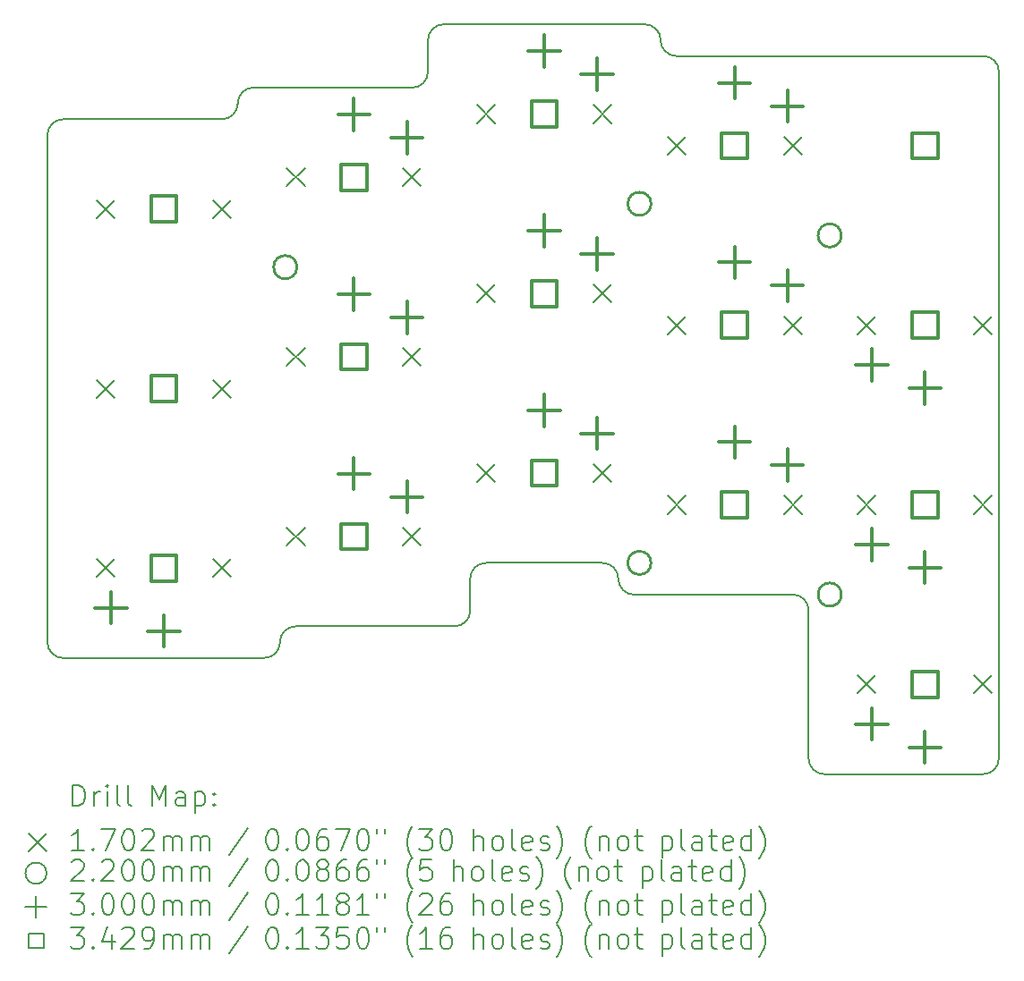
<source format=gbr>
%TF.GenerationSoftware,KiCad,Pcbnew,(7.0.0-0)*%
%TF.CreationDate,2023-06-15T16:08:28+08:00*%
%TF.ProjectId,right,72696768-742e-46b6-9963-61645f706362,v1.0.0*%
%TF.SameCoordinates,Original*%
%TF.FileFunction,Drillmap*%
%TF.FilePolarity,Positive*%
%FSLAX45Y45*%
G04 Gerber Fmt 4.5, Leading zero omitted, Abs format (unit mm)*
G04 Created by KiCad (PCBNEW (7.0.0-0)) date 2023-06-15 16:08:28*
%MOMM*%
%LPD*%
G01*
G04 APERTURE LIST*
%ADD10C,0.150000*%
%ADD11C,0.200000*%
%ADD12C,0.170180*%
%ADD13C,0.220000*%
%ADD14C,0.300000*%
%ADD15C,0.342900*%
G04 APERTURE END LIST*
D10*
X-951000Y-850000D02*
X951000Y-850000D01*
X1100000Y-701000D02*
X1100000Y-699000D01*
X-1100000Y-701000D02*
X-1100000Y4101000D01*
X551000Y4250000D02*
X-951000Y4250000D01*
X1249000Y-550000D02*
X2751000Y-550000D01*
X2900000Y-401000D02*
X2900000Y-99000D01*
X2351000Y4550000D02*
X849000Y4550000D01*
X700000Y4401000D02*
X700000Y4399000D01*
X3049000Y50000D02*
X4151000Y50000D01*
X4700000Y4999000D02*
X4700000Y5001000D01*
X4551000Y5150000D02*
X2649000Y5150000D01*
X2500000Y5001000D02*
X2500000Y4699000D01*
X4449000Y-250000D02*
X5951000Y-250000D01*
X4300000Y-99000D02*
X4300000Y-101000D01*
X4849000Y4850000D02*
X7751000Y4850000D01*
X6249000Y-1950000D02*
X7751000Y-1950000D01*
X6100000Y-399000D02*
X6100000Y-1801000D01*
X7900000Y4701000D02*
X7900000Y-1801000D01*
X951000Y-850000D02*
G75*
G03*
X1100000Y-701000I0J149000D01*
G01*
X1249000Y-550000D02*
G75*
G03*
X1100000Y-699000I0J-149000D01*
G01*
X2751000Y-550000D02*
G75*
G03*
X2900000Y-401000I0J149000D01*
G01*
X3049000Y50000D02*
G75*
G03*
X2900000Y-99000I0J-149000D01*
G01*
X4300000Y-99000D02*
G75*
G03*
X4151000Y50000I-149000J0D01*
G01*
X4300000Y-101000D02*
G75*
G03*
X4449000Y-250000I149000J0D01*
G01*
X6100000Y-399000D02*
G75*
G03*
X5951000Y-250000I-149000J0D01*
G01*
X6100000Y-1801000D02*
G75*
G03*
X6249000Y-1950000I149000J0D01*
G01*
X7751000Y-1950000D02*
G75*
G03*
X7900000Y-1801000I0J149000D01*
G01*
X7900000Y4701000D02*
G75*
G03*
X7751000Y4850000I-149000J0D01*
G01*
X4700000Y4999000D02*
G75*
G03*
X4849000Y4850000I149000J0D01*
G01*
X4700000Y5001000D02*
G75*
G03*
X4551000Y5150000I-149000J0D01*
G01*
X2649000Y5150000D02*
G75*
G03*
X2500000Y5001000I0J-149000D01*
G01*
X2351000Y4550000D02*
G75*
G03*
X2500000Y4699000I0J149000D01*
G01*
X849000Y4550000D02*
G75*
G03*
X700000Y4401000I0J-149000D01*
G01*
X551000Y4250000D02*
G75*
G03*
X700000Y4399000I0J149000D01*
G01*
X-951000Y4250000D02*
G75*
G03*
X-1100000Y4101000I0J-149000D01*
G01*
X-1100000Y-701000D02*
G75*
G03*
X-951000Y-850000I149000J0D01*
G01*
D11*
D12*
X-635090Y3485090D02*
X-464910Y3314910D01*
X-464910Y3485090D02*
X-635090Y3314910D01*
X-635090Y1785090D02*
X-464910Y1614910D01*
X-464910Y1785090D02*
X-635090Y1614910D01*
X-635090Y85090D02*
X-464910Y-85090D01*
X-464910Y85090D02*
X-635090Y-85090D01*
X464910Y3485090D02*
X635090Y3314910D01*
X635090Y3485090D02*
X464910Y3314910D01*
X464910Y1785090D02*
X635090Y1614910D01*
X635090Y1785090D02*
X464910Y1614910D01*
X464910Y85090D02*
X635090Y-85090D01*
X635090Y85090D02*
X464910Y-85090D01*
X1164910Y3785090D02*
X1335090Y3614910D01*
X1335090Y3785090D02*
X1164910Y3614910D01*
X1164910Y2085090D02*
X1335090Y1914910D01*
X1335090Y2085090D02*
X1164910Y1914910D01*
X1164910Y385090D02*
X1335090Y214910D01*
X1335090Y385090D02*
X1164910Y214910D01*
X2264910Y3785090D02*
X2435090Y3614910D01*
X2435090Y3785090D02*
X2264910Y3614910D01*
X2264910Y2085090D02*
X2435090Y1914910D01*
X2435090Y2085090D02*
X2264910Y1914910D01*
X2264910Y385090D02*
X2435090Y214910D01*
X2435090Y385090D02*
X2264910Y214910D01*
X2964910Y4385090D02*
X3135090Y4214910D01*
X3135090Y4385090D02*
X2964910Y4214910D01*
X2964910Y2685090D02*
X3135090Y2514910D01*
X3135090Y2685090D02*
X2964910Y2514910D01*
X2964910Y985090D02*
X3135090Y814910D01*
X3135090Y985090D02*
X2964910Y814910D01*
X4064910Y4385090D02*
X4235090Y4214910D01*
X4235090Y4385090D02*
X4064910Y4214910D01*
X4064910Y2685090D02*
X4235090Y2514910D01*
X4235090Y2685090D02*
X4064910Y2514910D01*
X4064910Y985090D02*
X4235090Y814910D01*
X4235090Y985090D02*
X4064910Y814910D01*
X4764910Y4085090D02*
X4935090Y3914910D01*
X4935090Y4085090D02*
X4764910Y3914910D01*
X4764910Y2385090D02*
X4935090Y2214910D01*
X4935090Y2385090D02*
X4764910Y2214910D01*
X4764910Y685090D02*
X4935090Y514910D01*
X4935090Y685090D02*
X4764910Y514910D01*
X5864910Y4085090D02*
X6035090Y3914910D01*
X6035090Y4085090D02*
X5864910Y3914910D01*
X5864910Y2385090D02*
X6035090Y2214910D01*
X6035090Y2385090D02*
X5864910Y2214910D01*
X5864910Y685090D02*
X6035090Y514910D01*
X6035090Y685090D02*
X5864910Y514910D01*
X6564910Y2385090D02*
X6735090Y2214910D01*
X6735090Y2385090D02*
X6564910Y2214910D01*
X6564910Y685090D02*
X6735090Y514910D01*
X6735090Y685090D02*
X6564910Y514910D01*
X6564910Y-1014910D02*
X6735090Y-1185090D01*
X6735090Y-1014910D02*
X6564910Y-1185090D01*
X7664910Y2385090D02*
X7835090Y2214910D01*
X7835090Y2385090D02*
X7664910Y2214910D01*
X7664910Y685090D02*
X7835090Y514910D01*
X7835090Y685090D02*
X7664910Y514910D01*
X7664910Y-1014910D02*
X7835090Y-1185090D01*
X7835090Y-1014910D02*
X7664910Y-1185090D01*
D13*
X1260000Y2850000D02*
G75*
G03*
X1260000Y2850000I-110000J0D01*
G01*
X4610000Y3450000D02*
G75*
G03*
X4610000Y3450000I-110000J0D01*
G01*
X4610000Y50000D02*
G75*
G03*
X4610000Y50000I-110000J0D01*
G01*
X6410000Y3150000D02*
G75*
G03*
X6410000Y3150000I-110000J0D01*
G01*
X6410000Y-250000D02*
G75*
G03*
X6410000Y-250000I-110000J0D01*
G01*
D14*
X-500000Y-225000D02*
X-500000Y-525000D01*
X-650000Y-375000D02*
X-350000Y-375000D01*
X0Y-445000D02*
X0Y-745000D01*
X-150000Y-595000D02*
X150000Y-595000D01*
X1800000Y4445000D02*
X1800000Y4145000D01*
X1650000Y4295000D02*
X1950000Y4295000D01*
X1800000Y2745000D02*
X1800000Y2445000D01*
X1650000Y2595000D02*
X1950000Y2595000D01*
X1800000Y1045000D02*
X1800000Y745000D01*
X1650000Y895000D02*
X1950000Y895000D01*
X2300000Y4225000D02*
X2300000Y3925000D01*
X2150000Y4075000D02*
X2450000Y4075000D01*
X2300000Y2525000D02*
X2300000Y2225000D01*
X2150000Y2375000D02*
X2450000Y2375000D01*
X2300000Y825000D02*
X2300000Y525000D01*
X2150000Y675000D02*
X2450000Y675000D01*
X3600000Y5045000D02*
X3600000Y4745000D01*
X3450000Y4895000D02*
X3750000Y4895000D01*
X3600000Y3345000D02*
X3600000Y3045000D01*
X3450000Y3195000D02*
X3750000Y3195000D01*
X3600000Y1645000D02*
X3600000Y1345000D01*
X3450000Y1495000D02*
X3750000Y1495000D01*
X4100000Y4825000D02*
X4100000Y4525000D01*
X3950000Y4675000D02*
X4250000Y4675000D01*
X4100000Y3125000D02*
X4100000Y2825000D01*
X3950000Y2975000D02*
X4250000Y2975000D01*
X4100000Y1425000D02*
X4100000Y1125000D01*
X3950000Y1275000D02*
X4250000Y1275000D01*
X5400000Y4745000D02*
X5400000Y4445000D01*
X5250000Y4595000D02*
X5550000Y4595000D01*
X5400000Y3045000D02*
X5400000Y2745000D01*
X5250000Y2895000D02*
X5550000Y2895000D01*
X5400000Y1345000D02*
X5400000Y1045000D01*
X5250000Y1195000D02*
X5550000Y1195000D01*
X5900000Y4525000D02*
X5900000Y4225000D01*
X5750000Y4375000D02*
X6050000Y4375000D01*
X5900000Y2825000D02*
X5900000Y2525000D01*
X5750000Y2675000D02*
X6050000Y2675000D01*
X5900000Y1125000D02*
X5900000Y825000D01*
X5750000Y975000D02*
X6050000Y975000D01*
X6700000Y2075000D02*
X6700000Y1775000D01*
X6550000Y1925000D02*
X6850000Y1925000D01*
X6700000Y375000D02*
X6700000Y75000D01*
X6550000Y225000D02*
X6850000Y225000D01*
X6700000Y-1325000D02*
X6700000Y-1625000D01*
X6550000Y-1475000D02*
X6850000Y-1475000D01*
X7200000Y1855000D02*
X7200000Y1555000D01*
X7050000Y1705000D02*
X7350000Y1705000D01*
X7200000Y155000D02*
X7200000Y-145000D01*
X7050000Y5000D02*
X7350000Y5000D01*
X7200000Y-1545000D02*
X7200000Y-1845000D01*
X7050000Y-1695000D02*
X7350000Y-1695000D01*
D15*
X121235Y3278765D02*
X121235Y3521235D01*
X-121235Y3521235D01*
X-121235Y3278765D01*
X121235Y3278765D01*
X121235Y1578765D02*
X121235Y1821235D01*
X-121235Y1821235D01*
X-121235Y1578765D01*
X121235Y1578765D01*
X121235Y-121235D02*
X121235Y121235D01*
X-121235Y121235D01*
X-121235Y-121235D01*
X121235Y-121235D01*
X1921235Y3578765D02*
X1921235Y3821235D01*
X1678765Y3821235D01*
X1678765Y3578765D01*
X1921235Y3578765D01*
X1921235Y1878765D02*
X1921235Y2121235D01*
X1678765Y2121235D01*
X1678765Y1878765D01*
X1921235Y1878765D01*
X1921235Y178765D02*
X1921235Y421235D01*
X1678765Y421235D01*
X1678765Y178765D01*
X1921235Y178765D01*
X3721235Y4178765D02*
X3721235Y4421235D01*
X3478765Y4421235D01*
X3478765Y4178765D01*
X3721235Y4178765D01*
X3721235Y2478765D02*
X3721235Y2721235D01*
X3478765Y2721235D01*
X3478765Y2478765D01*
X3721235Y2478765D01*
X3721235Y778765D02*
X3721235Y1021235D01*
X3478765Y1021235D01*
X3478765Y778765D01*
X3721235Y778765D01*
X5521235Y3878765D02*
X5521235Y4121235D01*
X5278765Y4121235D01*
X5278765Y3878765D01*
X5521235Y3878765D01*
X5521235Y2178765D02*
X5521235Y2421235D01*
X5278765Y2421235D01*
X5278765Y2178765D01*
X5521235Y2178765D01*
X5521235Y478765D02*
X5521235Y721235D01*
X5278765Y721235D01*
X5278765Y478765D01*
X5521235Y478765D01*
X7321235Y3878765D02*
X7321235Y4121235D01*
X7078765Y4121235D01*
X7078765Y3878765D01*
X7321235Y3878765D01*
X7321235Y2178765D02*
X7321235Y2421235D01*
X7078765Y2421235D01*
X7078765Y2178765D01*
X7321235Y2178765D01*
X7321235Y478765D02*
X7321235Y721235D01*
X7078765Y721235D01*
X7078765Y478765D01*
X7321235Y478765D01*
X7321235Y-1221235D02*
X7321235Y-978765D01*
X7078765Y-978765D01*
X7078765Y-1221235D01*
X7321235Y-1221235D01*
D11*
X-859881Y-2250976D02*
X-859881Y-2050976D01*
X-859881Y-2050976D02*
X-812262Y-2050976D01*
X-812262Y-2050976D02*
X-783690Y-2060500D01*
X-783690Y-2060500D02*
X-764643Y-2079548D01*
X-764643Y-2079548D02*
X-755119Y-2098595D01*
X-755119Y-2098595D02*
X-745595Y-2136690D01*
X-745595Y-2136690D02*
X-745595Y-2165262D01*
X-745595Y-2165262D02*
X-755119Y-2203357D01*
X-755119Y-2203357D02*
X-764643Y-2222405D01*
X-764643Y-2222405D02*
X-783690Y-2241452D01*
X-783690Y-2241452D02*
X-812262Y-2250976D01*
X-812262Y-2250976D02*
X-859881Y-2250976D01*
X-659881Y-2250976D02*
X-659881Y-2117643D01*
X-659881Y-2155738D02*
X-650357Y-2136690D01*
X-650357Y-2136690D02*
X-640833Y-2127167D01*
X-640833Y-2127167D02*
X-621786Y-2117643D01*
X-621786Y-2117643D02*
X-602738Y-2117643D01*
X-536071Y-2250976D02*
X-536071Y-2117643D01*
X-536071Y-2050976D02*
X-545595Y-2060500D01*
X-545595Y-2060500D02*
X-536071Y-2070024D01*
X-536071Y-2070024D02*
X-526548Y-2060500D01*
X-526548Y-2060500D02*
X-536071Y-2050976D01*
X-536071Y-2050976D02*
X-536071Y-2070024D01*
X-412262Y-2250976D02*
X-431309Y-2241452D01*
X-431309Y-2241452D02*
X-440833Y-2222405D01*
X-440833Y-2222405D02*
X-440833Y-2050976D01*
X-307500Y-2250976D02*
X-326548Y-2241452D01*
X-326548Y-2241452D02*
X-336071Y-2222405D01*
X-336071Y-2222405D02*
X-336071Y-2050976D01*
X-111309Y-2250976D02*
X-111309Y-2050976D01*
X-111309Y-2050976D02*
X-44643Y-2193833D01*
X-44643Y-2193833D02*
X22024Y-2050976D01*
X22024Y-2050976D02*
X22024Y-2250976D01*
X202976Y-2250976D02*
X202976Y-2146214D01*
X202976Y-2146214D02*
X193452Y-2127167D01*
X193452Y-2127167D02*
X174405Y-2117643D01*
X174405Y-2117643D02*
X136309Y-2117643D01*
X136309Y-2117643D02*
X117262Y-2127167D01*
X202976Y-2241452D02*
X183928Y-2250976D01*
X183928Y-2250976D02*
X136309Y-2250976D01*
X136309Y-2250976D02*
X117262Y-2241452D01*
X117262Y-2241452D02*
X107738Y-2222405D01*
X107738Y-2222405D02*
X107738Y-2203357D01*
X107738Y-2203357D02*
X117262Y-2184310D01*
X117262Y-2184310D02*
X136309Y-2174786D01*
X136309Y-2174786D02*
X183928Y-2174786D01*
X183928Y-2174786D02*
X202976Y-2165262D01*
X298214Y-2117643D02*
X298214Y-2317643D01*
X298214Y-2127167D02*
X317262Y-2117643D01*
X317262Y-2117643D02*
X355357Y-2117643D01*
X355357Y-2117643D02*
X374405Y-2127167D01*
X374405Y-2127167D02*
X383928Y-2136690D01*
X383928Y-2136690D02*
X393452Y-2155738D01*
X393452Y-2155738D02*
X393452Y-2212881D01*
X393452Y-2212881D02*
X383928Y-2231929D01*
X383928Y-2231929D02*
X374405Y-2241452D01*
X374405Y-2241452D02*
X355357Y-2250976D01*
X355357Y-2250976D02*
X317262Y-2250976D01*
X317262Y-2250976D02*
X298214Y-2241452D01*
X479167Y-2231929D02*
X488690Y-2241452D01*
X488690Y-2241452D02*
X479167Y-2250976D01*
X479167Y-2250976D02*
X469643Y-2241452D01*
X469643Y-2241452D02*
X479167Y-2231929D01*
X479167Y-2231929D02*
X479167Y-2250976D01*
X479167Y-2127167D02*
X488690Y-2136690D01*
X488690Y-2136690D02*
X479167Y-2146214D01*
X479167Y-2146214D02*
X469643Y-2136690D01*
X469643Y-2136690D02*
X479167Y-2127167D01*
X479167Y-2127167D02*
X479167Y-2146214D01*
D12*
X-1277680Y-2512410D02*
X-1107500Y-2682590D01*
X-1107500Y-2512410D02*
X-1277680Y-2682590D01*
D11*
X-755119Y-2670976D02*
X-869405Y-2670976D01*
X-812262Y-2670976D02*
X-812262Y-2470976D01*
X-812262Y-2470976D02*
X-831309Y-2499548D01*
X-831309Y-2499548D02*
X-850357Y-2518595D01*
X-850357Y-2518595D02*
X-869405Y-2528119D01*
X-669405Y-2651929D02*
X-659881Y-2661452D01*
X-659881Y-2661452D02*
X-669405Y-2670976D01*
X-669405Y-2670976D02*
X-678929Y-2661452D01*
X-678929Y-2661452D02*
X-669405Y-2651929D01*
X-669405Y-2651929D02*
X-669405Y-2670976D01*
X-593214Y-2470976D02*
X-459881Y-2470976D01*
X-459881Y-2470976D02*
X-545595Y-2670976D01*
X-345595Y-2470976D02*
X-326548Y-2470976D01*
X-326548Y-2470976D02*
X-307500Y-2480500D01*
X-307500Y-2480500D02*
X-297976Y-2490024D01*
X-297976Y-2490024D02*
X-288452Y-2509071D01*
X-288452Y-2509071D02*
X-278929Y-2547167D01*
X-278929Y-2547167D02*
X-278929Y-2594786D01*
X-278929Y-2594786D02*
X-288452Y-2632881D01*
X-288452Y-2632881D02*
X-297976Y-2651929D01*
X-297976Y-2651929D02*
X-307500Y-2661452D01*
X-307500Y-2661452D02*
X-326548Y-2670976D01*
X-326548Y-2670976D02*
X-345595Y-2670976D01*
X-345595Y-2670976D02*
X-364643Y-2661452D01*
X-364643Y-2661452D02*
X-374167Y-2651929D01*
X-374167Y-2651929D02*
X-383690Y-2632881D01*
X-383690Y-2632881D02*
X-393214Y-2594786D01*
X-393214Y-2594786D02*
X-393214Y-2547167D01*
X-393214Y-2547167D02*
X-383690Y-2509071D01*
X-383690Y-2509071D02*
X-374167Y-2490024D01*
X-374167Y-2490024D02*
X-364643Y-2480500D01*
X-364643Y-2480500D02*
X-345595Y-2470976D01*
X-202738Y-2490024D02*
X-193214Y-2480500D01*
X-193214Y-2480500D02*
X-174167Y-2470976D01*
X-174167Y-2470976D02*
X-126547Y-2470976D01*
X-126547Y-2470976D02*
X-107500Y-2480500D01*
X-107500Y-2480500D02*
X-97976Y-2490024D01*
X-97976Y-2490024D02*
X-88452Y-2509071D01*
X-88452Y-2509071D02*
X-88452Y-2528119D01*
X-88452Y-2528119D02*
X-97976Y-2556690D01*
X-97976Y-2556690D02*
X-212262Y-2670976D01*
X-212262Y-2670976D02*
X-88452Y-2670976D01*
X-2738Y-2670976D02*
X-2738Y-2537643D01*
X-2738Y-2556690D02*
X6786Y-2547167D01*
X6786Y-2547167D02*
X25833Y-2537643D01*
X25833Y-2537643D02*
X54405Y-2537643D01*
X54405Y-2537643D02*
X73452Y-2547167D01*
X73452Y-2547167D02*
X82976Y-2566214D01*
X82976Y-2566214D02*
X82976Y-2670976D01*
X82976Y-2566214D02*
X92500Y-2547167D01*
X92500Y-2547167D02*
X111548Y-2537643D01*
X111548Y-2537643D02*
X140119Y-2537643D01*
X140119Y-2537643D02*
X159167Y-2547167D01*
X159167Y-2547167D02*
X168691Y-2566214D01*
X168691Y-2566214D02*
X168691Y-2670976D01*
X263929Y-2670976D02*
X263929Y-2537643D01*
X263929Y-2556690D02*
X273452Y-2547167D01*
X273452Y-2547167D02*
X292500Y-2537643D01*
X292500Y-2537643D02*
X321072Y-2537643D01*
X321072Y-2537643D02*
X340119Y-2547167D01*
X340119Y-2547167D02*
X349643Y-2566214D01*
X349643Y-2566214D02*
X349643Y-2670976D01*
X349643Y-2566214D02*
X359167Y-2547167D01*
X359167Y-2547167D02*
X378214Y-2537643D01*
X378214Y-2537643D02*
X406786Y-2537643D01*
X406786Y-2537643D02*
X425833Y-2547167D01*
X425833Y-2547167D02*
X435357Y-2566214D01*
X435357Y-2566214D02*
X435357Y-2670976D01*
X793452Y-2461452D02*
X622024Y-2718595D01*
X1018214Y-2470976D02*
X1037262Y-2470976D01*
X1037262Y-2470976D02*
X1056310Y-2480500D01*
X1056310Y-2480500D02*
X1065833Y-2490024D01*
X1065833Y-2490024D02*
X1075357Y-2509071D01*
X1075357Y-2509071D02*
X1084881Y-2547167D01*
X1084881Y-2547167D02*
X1084881Y-2594786D01*
X1084881Y-2594786D02*
X1075357Y-2632881D01*
X1075357Y-2632881D02*
X1065833Y-2651929D01*
X1065833Y-2651929D02*
X1056310Y-2661452D01*
X1056310Y-2661452D02*
X1037262Y-2670976D01*
X1037262Y-2670976D02*
X1018214Y-2670976D01*
X1018214Y-2670976D02*
X999167Y-2661452D01*
X999167Y-2661452D02*
X989643Y-2651929D01*
X989643Y-2651929D02*
X980119Y-2632881D01*
X980119Y-2632881D02*
X970595Y-2594786D01*
X970595Y-2594786D02*
X970595Y-2547167D01*
X970595Y-2547167D02*
X980119Y-2509071D01*
X980119Y-2509071D02*
X989643Y-2490024D01*
X989643Y-2490024D02*
X999167Y-2480500D01*
X999167Y-2480500D02*
X1018214Y-2470976D01*
X1170595Y-2651929D02*
X1180119Y-2661452D01*
X1180119Y-2661452D02*
X1170595Y-2670976D01*
X1170595Y-2670976D02*
X1161072Y-2661452D01*
X1161072Y-2661452D02*
X1170595Y-2651929D01*
X1170595Y-2651929D02*
X1170595Y-2670976D01*
X1303929Y-2470976D02*
X1322976Y-2470976D01*
X1322976Y-2470976D02*
X1342024Y-2480500D01*
X1342024Y-2480500D02*
X1351548Y-2490024D01*
X1351548Y-2490024D02*
X1361072Y-2509071D01*
X1361072Y-2509071D02*
X1370595Y-2547167D01*
X1370595Y-2547167D02*
X1370595Y-2594786D01*
X1370595Y-2594786D02*
X1361072Y-2632881D01*
X1361072Y-2632881D02*
X1351548Y-2651929D01*
X1351548Y-2651929D02*
X1342024Y-2661452D01*
X1342024Y-2661452D02*
X1322976Y-2670976D01*
X1322976Y-2670976D02*
X1303929Y-2670976D01*
X1303929Y-2670976D02*
X1284881Y-2661452D01*
X1284881Y-2661452D02*
X1275357Y-2651929D01*
X1275357Y-2651929D02*
X1265833Y-2632881D01*
X1265833Y-2632881D02*
X1256310Y-2594786D01*
X1256310Y-2594786D02*
X1256310Y-2547167D01*
X1256310Y-2547167D02*
X1265833Y-2509071D01*
X1265833Y-2509071D02*
X1275357Y-2490024D01*
X1275357Y-2490024D02*
X1284881Y-2480500D01*
X1284881Y-2480500D02*
X1303929Y-2470976D01*
X1542024Y-2470976D02*
X1503929Y-2470976D01*
X1503929Y-2470976D02*
X1484881Y-2480500D01*
X1484881Y-2480500D02*
X1475357Y-2490024D01*
X1475357Y-2490024D02*
X1456310Y-2518595D01*
X1456310Y-2518595D02*
X1446786Y-2556690D01*
X1446786Y-2556690D02*
X1446786Y-2632881D01*
X1446786Y-2632881D02*
X1456310Y-2651929D01*
X1456310Y-2651929D02*
X1465833Y-2661452D01*
X1465833Y-2661452D02*
X1484881Y-2670976D01*
X1484881Y-2670976D02*
X1522976Y-2670976D01*
X1522976Y-2670976D02*
X1542024Y-2661452D01*
X1542024Y-2661452D02*
X1551548Y-2651929D01*
X1551548Y-2651929D02*
X1561071Y-2632881D01*
X1561071Y-2632881D02*
X1561071Y-2585262D01*
X1561071Y-2585262D02*
X1551548Y-2566214D01*
X1551548Y-2566214D02*
X1542024Y-2556690D01*
X1542024Y-2556690D02*
X1522976Y-2547167D01*
X1522976Y-2547167D02*
X1484881Y-2547167D01*
X1484881Y-2547167D02*
X1465833Y-2556690D01*
X1465833Y-2556690D02*
X1456310Y-2566214D01*
X1456310Y-2566214D02*
X1446786Y-2585262D01*
X1627738Y-2470976D02*
X1761071Y-2470976D01*
X1761071Y-2470976D02*
X1675357Y-2670976D01*
X1875357Y-2470976D02*
X1894405Y-2470976D01*
X1894405Y-2470976D02*
X1913452Y-2480500D01*
X1913452Y-2480500D02*
X1922976Y-2490024D01*
X1922976Y-2490024D02*
X1932500Y-2509071D01*
X1932500Y-2509071D02*
X1942024Y-2547167D01*
X1942024Y-2547167D02*
X1942024Y-2594786D01*
X1942024Y-2594786D02*
X1932500Y-2632881D01*
X1932500Y-2632881D02*
X1922976Y-2651929D01*
X1922976Y-2651929D02*
X1913452Y-2661452D01*
X1913452Y-2661452D02*
X1894405Y-2670976D01*
X1894405Y-2670976D02*
X1875357Y-2670976D01*
X1875357Y-2670976D02*
X1856310Y-2661452D01*
X1856310Y-2661452D02*
X1846786Y-2651929D01*
X1846786Y-2651929D02*
X1837262Y-2632881D01*
X1837262Y-2632881D02*
X1827738Y-2594786D01*
X1827738Y-2594786D02*
X1827738Y-2547167D01*
X1827738Y-2547167D02*
X1837262Y-2509071D01*
X1837262Y-2509071D02*
X1846786Y-2490024D01*
X1846786Y-2490024D02*
X1856310Y-2480500D01*
X1856310Y-2480500D02*
X1875357Y-2470976D01*
X2018214Y-2470976D02*
X2018214Y-2509071D01*
X2094405Y-2470976D02*
X2094405Y-2509071D01*
X2357262Y-2747167D02*
X2347738Y-2737643D01*
X2347738Y-2737643D02*
X2328691Y-2709071D01*
X2328691Y-2709071D02*
X2319167Y-2690024D01*
X2319167Y-2690024D02*
X2309643Y-2661452D01*
X2309643Y-2661452D02*
X2300119Y-2613833D01*
X2300119Y-2613833D02*
X2300119Y-2575738D01*
X2300119Y-2575738D02*
X2309643Y-2528119D01*
X2309643Y-2528119D02*
X2319167Y-2499548D01*
X2319167Y-2499548D02*
X2328691Y-2480500D01*
X2328691Y-2480500D02*
X2347738Y-2451929D01*
X2347738Y-2451929D02*
X2357262Y-2442405D01*
X2414405Y-2470976D02*
X2538214Y-2470976D01*
X2538214Y-2470976D02*
X2471548Y-2547167D01*
X2471548Y-2547167D02*
X2500119Y-2547167D01*
X2500119Y-2547167D02*
X2519167Y-2556690D01*
X2519167Y-2556690D02*
X2528691Y-2566214D01*
X2528691Y-2566214D02*
X2538214Y-2585262D01*
X2538214Y-2585262D02*
X2538214Y-2632881D01*
X2538214Y-2632881D02*
X2528691Y-2651929D01*
X2528691Y-2651929D02*
X2519167Y-2661452D01*
X2519167Y-2661452D02*
X2500119Y-2670976D01*
X2500119Y-2670976D02*
X2442976Y-2670976D01*
X2442976Y-2670976D02*
X2423929Y-2661452D01*
X2423929Y-2661452D02*
X2414405Y-2651929D01*
X2662024Y-2470976D02*
X2681072Y-2470976D01*
X2681072Y-2470976D02*
X2700119Y-2480500D01*
X2700119Y-2480500D02*
X2709643Y-2490024D01*
X2709643Y-2490024D02*
X2719167Y-2509071D01*
X2719167Y-2509071D02*
X2728691Y-2547167D01*
X2728691Y-2547167D02*
X2728691Y-2594786D01*
X2728691Y-2594786D02*
X2719167Y-2632881D01*
X2719167Y-2632881D02*
X2709643Y-2651929D01*
X2709643Y-2651929D02*
X2700119Y-2661452D01*
X2700119Y-2661452D02*
X2681072Y-2670976D01*
X2681072Y-2670976D02*
X2662024Y-2670976D01*
X2662024Y-2670976D02*
X2642976Y-2661452D01*
X2642976Y-2661452D02*
X2633453Y-2651929D01*
X2633453Y-2651929D02*
X2623929Y-2632881D01*
X2623929Y-2632881D02*
X2614405Y-2594786D01*
X2614405Y-2594786D02*
X2614405Y-2547167D01*
X2614405Y-2547167D02*
X2623929Y-2509071D01*
X2623929Y-2509071D02*
X2633453Y-2490024D01*
X2633453Y-2490024D02*
X2642976Y-2480500D01*
X2642976Y-2480500D02*
X2662024Y-2470976D01*
X2934405Y-2670976D02*
X2934405Y-2470976D01*
X3020119Y-2670976D02*
X3020119Y-2566214D01*
X3020119Y-2566214D02*
X3010595Y-2547167D01*
X3010595Y-2547167D02*
X2991548Y-2537643D01*
X2991548Y-2537643D02*
X2962976Y-2537643D01*
X2962976Y-2537643D02*
X2943929Y-2547167D01*
X2943929Y-2547167D02*
X2934405Y-2556690D01*
X3143929Y-2670976D02*
X3124881Y-2661452D01*
X3124881Y-2661452D02*
X3115357Y-2651929D01*
X3115357Y-2651929D02*
X3105833Y-2632881D01*
X3105833Y-2632881D02*
X3105833Y-2575738D01*
X3105833Y-2575738D02*
X3115357Y-2556690D01*
X3115357Y-2556690D02*
X3124881Y-2547167D01*
X3124881Y-2547167D02*
X3143929Y-2537643D01*
X3143929Y-2537643D02*
X3172500Y-2537643D01*
X3172500Y-2537643D02*
X3191548Y-2547167D01*
X3191548Y-2547167D02*
X3201072Y-2556690D01*
X3201072Y-2556690D02*
X3210595Y-2575738D01*
X3210595Y-2575738D02*
X3210595Y-2632881D01*
X3210595Y-2632881D02*
X3201072Y-2651929D01*
X3201072Y-2651929D02*
X3191548Y-2661452D01*
X3191548Y-2661452D02*
X3172500Y-2670976D01*
X3172500Y-2670976D02*
X3143929Y-2670976D01*
X3324881Y-2670976D02*
X3305833Y-2661452D01*
X3305833Y-2661452D02*
X3296310Y-2642405D01*
X3296310Y-2642405D02*
X3296310Y-2470976D01*
X3477262Y-2661452D02*
X3458214Y-2670976D01*
X3458214Y-2670976D02*
X3420119Y-2670976D01*
X3420119Y-2670976D02*
X3401072Y-2661452D01*
X3401072Y-2661452D02*
X3391548Y-2642405D01*
X3391548Y-2642405D02*
X3391548Y-2566214D01*
X3391548Y-2566214D02*
X3401072Y-2547167D01*
X3401072Y-2547167D02*
X3420119Y-2537643D01*
X3420119Y-2537643D02*
X3458214Y-2537643D01*
X3458214Y-2537643D02*
X3477262Y-2547167D01*
X3477262Y-2547167D02*
X3486786Y-2566214D01*
X3486786Y-2566214D02*
X3486786Y-2585262D01*
X3486786Y-2585262D02*
X3391548Y-2604310D01*
X3562976Y-2661452D02*
X3582024Y-2670976D01*
X3582024Y-2670976D02*
X3620119Y-2670976D01*
X3620119Y-2670976D02*
X3639167Y-2661452D01*
X3639167Y-2661452D02*
X3648691Y-2642405D01*
X3648691Y-2642405D02*
X3648691Y-2632881D01*
X3648691Y-2632881D02*
X3639167Y-2613833D01*
X3639167Y-2613833D02*
X3620119Y-2604310D01*
X3620119Y-2604310D02*
X3591548Y-2604310D01*
X3591548Y-2604310D02*
X3572500Y-2594786D01*
X3572500Y-2594786D02*
X3562976Y-2575738D01*
X3562976Y-2575738D02*
X3562976Y-2566214D01*
X3562976Y-2566214D02*
X3572500Y-2547167D01*
X3572500Y-2547167D02*
X3591548Y-2537643D01*
X3591548Y-2537643D02*
X3620119Y-2537643D01*
X3620119Y-2537643D02*
X3639167Y-2547167D01*
X3715357Y-2747167D02*
X3724881Y-2737643D01*
X3724881Y-2737643D02*
X3743929Y-2709071D01*
X3743929Y-2709071D02*
X3753453Y-2690024D01*
X3753453Y-2690024D02*
X3762976Y-2661452D01*
X3762976Y-2661452D02*
X3772500Y-2613833D01*
X3772500Y-2613833D02*
X3772500Y-2575738D01*
X3772500Y-2575738D02*
X3762976Y-2528119D01*
X3762976Y-2528119D02*
X3753453Y-2499548D01*
X3753453Y-2499548D02*
X3743929Y-2480500D01*
X3743929Y-2480500D02*
X3724881Y-2451929D01*
X3724881Y-2451929D02*
X3715357Y-2442405D01*
X4044881Y-2747167D02*
X4035357Y-2737643D01*
X4035357Y-2737643D02*
X4016310Y-2709071D01*
X4016310Y-2709071D02*
X4006786Y-2690024D01*
X4006786Y-2690024D02*
X3997262Y-2661452D01*
X3997262Y-2661452D02*
X3987738Y-2613833D01*
X3987738Y-2613833D02*
X3987738Y-2575738D01*
X3987738Y-2575738D02*
X3997262Y-2528119D01*
X3997262Y-2528119D02*
X4006786Y-2499548D01*
X4006786Y-2499548D02*
X4016310Y-2480500D01*
X4016310Y-2480500D02*
X4035357Y-2451929D01*
X4035357Y-2451929D02*
X4044881Y-2442405D01*
X4121072Y-2537643D02*
X4121072Y-2670976D01*
X4121072Y-2556690D02*
X4130595Y-2547167D01*
X4130595Y-2547167D02*
X4149643Y-2537643D01*
X4149643Y-2537643D02*
X4178214Y-2537643D01*
X4178214Y-2537643D02*
X4197262Y-2547167D01*
X4197262Y-2547167D02*
X4206786Y-2566214D01*
X4206786Y-2566214D02*
X4206786Y-2670976D01*
X4330595Y-2670976D02*
X4311548Y-2661452D01*
X4311548Y-2661452D02*
X4302024Y-2651929D01*
X4302024Y-2651929D02*
X4292500Y-2632881D01*
X4292500Y-2632881D02*
X4292500Y-2575738D01*
X4292500Y-2575738D02*
X4302024Y-2556690D01*
X4302024Y-2556690D02*
X4311548Y-2547167D01*
X4311548Y-2547167D02*
X4330595Y-2537643D01*
X4330595Y-2537643D02*
X4359167Y-2537643D01*
X4359167Y-2537643D02*
X4378215Y-2547167D01*
X4378215Y-2547167D02*
X4387738Y-2556690D01*
X4387738Y-2556690D02*
X4397262Y-2575738D01*
X4397262Y-2575738D02*
X4397262Y-2632881D01*
X4397262Y-2632881D02*
X4387738Y-2651929D01*
X4387738Y-2651929D02*
X4378215Y-2661452D01*
X4378215Y-2661452D02*
X4359167Y-2670976D01*
X4359167Y-2670976D02*
X4330595Y-2670976D01*
X4454405Y-2537643D02*
X4530595Y-2537643D01*
X4482976Y-2470976D02*
X4482976Y-2642405D01*
X4482976Y-2642405D02*
X4492500Y-2661452D01*
X4492500Y-2661452D02*
X4511548Y-2670976D01*
X4511548Y-2670976D02*
X4530595Y-2670976D01*
X4717262Y-2537643D02*
X4717262Y-2737643D01*
X4717262Y-2547167D02*
X4736310Y-2537643D01*
X4736310Y-2537643D02*
X4774405Y-2537643D01*
X4774405Y-2537643D02*
X4793453Y-2547167D01*
X4793453Y-2547167D02*
X4802976Y-2556690D01*
X4802976Y-2556690D02*
X4812500Y-2575738D01*
X4812500Y-2575738D02*
X4812500Y-2632881D01*
X4812500Y-2632881D02*
X4802976Y-2651929D01*
X4802976Y-2651929D02*
X4793453Y-2661452D01*
X4793453Y-2661452D02*
X4774405Y-2670976D01*
X4774405Y-2670976D02*
X4736310Y-2670976D01*
X4736310Y-2670976D02*
X4717262Y-2661452D01*
X4926786Y-2670976D02*
X4907738Y-2661452D01*
X4907738Y-2661452D02*
X4898215Y-2642405D01*
X4898215Y-2642405D02*
X4898215Y-2470976D01*
X5088691Y-2670976D02*
X5088691Y-2566214D01*
X5088691Y-2566214D02*
X5079167Y-2547167D01*
X5079167Y-2547167D02*
X5060119Y-2537643D01*
X5060119Y-2537643D02*
X5022024Y-2537643D01*
X5022024Y-2537643D02*
X5002976Y-2547167D01*
X5088691Y-2661452D02*
X5069643Y-2670976D01*
X5069643Y-2670976D02*
X5022024Y-2670976D01*
X5022024Y-2670976D02*
X5002976Y-2661452D01*
X5002976Y-2661452D02*
X4993453Y-2642405D01*
X4993453Y-2642405D02*
X4993453Y-2623357D01*
X4993453Y-2623357D02*
X5002976Y-2604310D01*
X5002976Y-2604310D02*
X5022024Y-2594786D01*
X5022024Y-2594786D02*
X5069643Y-2594786D01*
X5069643Y-2594786D02*
X5088691Y-2585262D01*
X5155357Y-2537643D02*
X5231548Y-2537643D01*
X5183929Y-2470976D02*
X5183929Y-2642405D01*
X5183929Y-2642405D02*
X5193453Y-2661452D01*
X5193453Y-2661452D02*
X5212500Y-2670976D01*
X5212500Y-2670976D02*
X5231548Y-2670976D01*
X5374405Y-2661452D02*
X5355357Y-2670976D01*
X5355357Y-2670976D02*
X5317262Y-2670976D01*
X5317262Y-2670976D02*
X5298215Y-2661452D01*
X5298215Y-2661452D02*
X5288691Y-2642405D01*
X5288691Y-2642405D02*
X5288691Y-2566214D01*
X5288691Y-2566214D02*
X5298215Y-2547167D01*
X5298215Y-2547167D02*
X5317262Y-2537643D01*
X5317262Y-2537643D02*
X5355357Y-2537643D01*
X5355357Y-2537643D02*
X5374405Y-2547167D01*
X5374405Y-2547167D02*
X5383929Y-2566214D01*
X5383929Y-2566214D02*
X5383929Y-2585262D01*
X5383929Y-2585262D02*
X5288691Y-2604310D01*
X5555357Y-2670976D02*
X5555357Y-2470976D01*
X5555357Y-2661452D02*
X5536310Y-2670976D01*
X5536310Y-2670976D02*
X5498215Y-2670976D01*
X5498215Y-2670976D02*
X5479167Y-2661452D01*
X5479167Y-2661452D02*
X5469643Y-2651929D01*
X5469643Y-2651929D02*
X5460119Y-2632881D01*
X5460119Y-2632881D02*
X5460119Y-2575738D01*
X5460119Y-2575738D02*
X5469643Y-2556690D01*
X5469643Y-2556690D02*
X5479167Y-2547167D01*
X5479167Y-2547167D02*
X5498215Y-2537643D01*
X5498215Y-2537643D02*
X5536310Y-2537643D01*
X5536310Y-2537643D02*
X5555357Y-2547167D01*
X5631548Y-2747167D02*
X5641072Y-2737643D01*
X5641072Y-2737643D02*
X5660119Y-2709071D01*
X5660119Y-2709071D02*
X5669643Y-2690024D01*
X5669643Y-2690024D02*
X5679167Y-2661452D01*
X5679167Y-2661452D02*
X5688691Y-2613833D01*
X5688691Y-2613833D02*
X5688691Y-2575738D01*
X5688691Y-2575738D02*
X5679167Y-2528119D01*
X5679167Y-2528119D02*
X5669643Y-2499548D01*
X5669643Y-2499548D02*
X5660119Y-2480500D01*
X5660119Y-2480500D02*
X5641072Y-2451929D01*
X5641072Y-2451929D02*
X5631548Y-2442405D01*
X-1107500Y-2887680D02*
G75*
G03*
X-1107500Y-2887680I-100000J0D01*
G01*
X-869405Y-2780204D02*
X-859881Y-2770680D01*
X-859881Y-2770680D02*
X-840833Y-2761156D01*
X-840833Y-2761156D02*
X-793214Y-2761156D01*
X-793214Y-2761156D02*
X-774167Y-2770680D01*
X-774167Y-2770680D02*
X-764643Y-2780204D01*
X-764643Y-2780204D02*
X-755119Y-2799251D01*
X-755119Y-2799251D02*
X-755119Y-2818299D01*
X-755119Y-2818299D02*
X-764643Y-2846870D01*
X-764643Y-2846870D02*
X-878928Y-2961156D01*
X-878928Y-2961156D02*
X-755119Y-2961156D01*
X-669405Y-2942108D02*
X-659881Y-2951632D01*
X-659881Y-2951632D02*
X-669405Y-2961156D01*
X-669405Y-2961156D02*
X-678929Y-2951632D01*
X-678929Y-2951632D02*
X-669405Y-2942108D01*
X-669405Y-2942108D02*
X-669405Y-2961156D01*
X-583690Y-2780204D02*
X-574167Y-2770680D01*
X-574167Y-2770680D02*
X-555119Y-2761156D01*
X-555119Y-2761156D02*
X-507500Y-2761156D01*
X-507500Y-2761156D02*
X-488452Y-2770680D01*
X-488452Y-2770680D02*
X-478928Y-2780204D01*
X-478928Y-2780204D02*
X-469405Y-2799251D01*
X-469405Y-2799251D02*
X-469405Y-2818299D01*
X-469405Y-2818299D02*
X-478928Y-2846870D01*
X-478928Y-2846870D02*
X-593214Y-2961156D01*
X-593214Y-2961156D02*
X-469405Y-2961156D01*
X-345595Y-2761156D02*
X-326548Y-2761156D01*
X-326548Y-2761156D02*
X-307500Y-2770680D01*
X-307500Y-2770680D02*
X-297976Y-2780204D01*
X-297976Y-2780204D02*
X-288452Y-2799251D01*
X-288452Y-2799251D02*
X-278929Y-2837347D01*
X-278929Y-2837347D02*
X-278929Y-2884966D01*
X-278929Y-2884966D02*
X-288452Y-2923061D01*
X-288452Y-2923061D02*
X-297976Y-2942108D01*
X-297976Y-2942108D02*
X-307500Y-2951632D01*
X-307500Y-2951632D02*
X-326548Y-2961156D01*
X-326548Y-2961156D02*
X-345595Y-2961156D01*
X-345595Y-2961156D02*
X-364643Y-2951632D01*
X-364643Y-2951632D02*
X-374167Y-2942108D01*
X-374167Y-2942108D02*
X-383690Y-2923061D01*
X-383690Y-2923061D02*
X-393214Y-2884966D01*
X-393214Y-2884966D02*
X-393214Y-2837347D01*
X-393214Y-2837347D02*
X-383690Y-2799251D01*
X-383690Y-2799251D02*
X-374167Y-2780204D01*
X-374167Y-2780204D02*
X-364643Y-2770680D01*
X-364643Y-2770680D02*
X-345595Y-2761156D01*
X-155119Y-2761156D02*
X-136071Y-2761156D01*
X-136071Y-2761156D02*
X-117024Y-2770680D01*
X-117024Y-2770680D02*
X-107500Y-2780204D01*
X-107500Y-2780204D02*
X-97976Y-2799251D01*
X-97976Y-2799251D02*
X-88452Y-2837347D01*
X-88452Y-2837347D02*
X-88452Y-2884966D01*
X-88452Y-2884966D02*
X-97976Y-2923061D01*
X-97976Y-2923061D02*
X-107500Y-2942108D01*
X-107500Y-2942108D02*
X-117024Y-2951632D01*
X-117024Y-2951632D02*
X-136071Y-2961156D01*
X-136071Y-2961156D02*
X-155119Y-2961156D01*
X-155119Y-2961156D02*
X-174167Y-2951632D01*
X-174167Y-2951632D02*
X-183690Y-2942108D01*
X-183690Y-2942108D02*
X-193214Y-2923061D01*
X-193214Y-2923061D02*
X-202738Y-2884966D01*
X-202738Y-2884966D02*
X-202738Y-2837347D01*
X-202738Y-2837347D02*
X-193214Y-2799251D01*
X-193214Y-2799251D02*
X-183690Y-2780204D01*
X-183690Y-2780204D02*
X-174167Y-2770680D01*
X-174167Y-2770680D02*
X-155119Y-2761156D01*
X-2738Y-2961156D02*
X-2738Y-2827823D01*
X-2738Y-2846870D02*
X6786Y-2837347D01*
X6786Y-2837347D02*
X25833Y-2827823D01*
X25833Y-2827823D02*
X54405Y-2827823D01*
X54405Y-2827823D02*
X73452Y-2837347D01*
X73452Y-2837347D02*
X82976Y-2856394D01*
X82976Y-2856394D02*
X82976Y-2961156D01*
X82976Y-2856394D02*
X92500Y-2837347D01*
X92500Y-2837347D02*
X111548Y-2827823D01*
X111548Y-2827823D02*
X140119Y-2827823D01*
X140119Y-2827823D02*
X159167Y-2837347D01*
X159167Y-2837347D02*
X168691Y-2856394D01*
X168691Y-2856394D02*
X168691Y-2961156D01*
X263929Y-2961156D02*
X263929Y-2827823D01*
X263929Y-2846870D02*
X273452Y-2837347D01*
X273452Y-2837347D02*
X292500Y-2827823D01*
X292500Y-2827823D02*
X321072Y-2827823D01*
X321072Y-2827823D02*
X340119Y-2837347D01*
X340119Y-2837347D02*
X349643Y-2856394D01*
X349643Y-2856394D02*
X349643Y-2961156D01*
X349643Y-2856394D02*
X359167Y-2837347D01*
X359167Y-2837347D02*
X378214Y-2827823D01*
X378214Y-2827823D02*
X406786Y-2827823D01*
X406786Y-2827823D02*
X425833Y-2837347D01*
X425833Y-2837347D02*
X435357Y-2856394D01*
X435357Y-2856394D02*
X435357Y-2961156D01*
X793452Y-2751632D02*
X622024Y-3008775D01*
X1018214Y-2761156D02*
X1037262Y-2761156D01*
X1037262Y-2761156D02*
X1056310Y-2770680D01*
X1056310Y-2770680D02*
X1065833Y-2780204D01*
X1065833Y-2780204D02*
X1075357Y-2799251D01*
X1075357Y-2799251D02*
X1084881Y-2837347D01*
X1084881Y-2837347D02*
X1084881Y-2884966D01*
X1084881Y-2884966D02*
X1075357Y-2923061D01*
X1075357Y-2923061D02*
X1065833Y-2942108D01*
X1065833Y-2942108D02*
X1056310Y-2951632D01*
X1056310Y-2951632D02*
X1037262Y-2961156D01*
X1037262Y-2961156D02*
X1018214Y-2961156D01*
X1018214Y-2961156D02*
X999167Y-2951632D01*
X999167Y-2951632D02*
X989643Y-2942108D01*
X989643Y-2942108D02*
X980119Y-2923061D01*
X980119Y-2923061D02*
X970595Y-2884966D01*
X970595Y-2884966D02*
X970595Y-2837347D01*
X970595Y-2837347D02*
X980119Y-2799251D01*
X980119Y-2799251D02*
X989643Y-2780204D01*
X989643Y-2780204D02*
X999167Y-2770680D01*
X999167Y-2770680D02*
X1018214Y-2761156D01*
X1170595Y-2942108D02*
X1180119Y-2951632D01*
X1180119Y-2951632D02*
X1170595Y-2961156D01*
X1170595Y-2961156D02*
X1161072Y-2951632D01*
X1161072Y-2951632D02*
X1170595Y-2942108D01*
X1170595Y-2942108D02*
X1170595Y-2961156D01*
X1303929Y-2761156D02*
X1322976Y-2761156D01*
X1322976Y-2761156D02*
X1342024Y-2770680D01*
X1342024Y-2770680D02*
X1351548Y-2780204D01*
X1351548Y-2780204D02*
X1361072Y-2799251D01*
X1361072Y-2799251D02*
X1370595Y-2837347D01*
X1370595Y-2837347D02*
X1370595Y-2884966D01*
X1370595Y-2884966D02*
X1361072Y-2923061D01*
X1361072Y-2923061D02*
X1351548Y-2942108D01*
X1351548Y-2942108D02*
X1342024Y-2951632D01*
X1342024Y-2951632D02*
X1322976Y-2961156D01*
X1322976Y-2961156D02*
X1303929Y-2961156D01*
X1303929Y-2961156D02*
X1284881Y-2951632D01*
X1284881Y-2951632D02*
X1275357Y-2942108D01*
X1275357Y-2942108D02*
X1265833Y-2923061D01*
X1265833Y-2923061D02*
X1256310Y-2884966D01*
X1256310Y-2884966D02*
X1256310Y-2837347D01*
X1256310Y-2837347D02*
X1265833Y-2799251D01*
X1265833Y-2799251D02*
X1275357Y-2780204D01*
X1275357Y-2780204D02*
X1284881Y-2770680D01*
X1284881Y-2770680D02*
X1303929Y-2761156D01*
X1484881Y-2846870D02*
X1465833Y-2837347D01*
X1465833Y-2837347D02*
X1456310Y-2827823D01*
X1456310Y-2827823D02*
X1446786Y-2808775D01*
X1446786Y-2808775D02*
X1446786Y-2799251D01*
X1446786Y-2799251D02*
X1456310Y-2780204D01*
X1456310Y-2780204D02*
X1465833Y-2770680D01*
X1465833Y-2770680D02*
X1484881Y-2761156D01*
X1484881Y-2761156D02*
X1522976Y-2761156D01*
X1522976Y-2761156D02*
X1542024Y-2770680D01*
X1542024Y-2770680D02*
X1551548Y-2780204D01*
X1551548Y-2780204D02*
X1561071Y-2799251D01*
X1561071Y-2799251D02*
X1561071Y-2808775D01*
X1561071Y-2808775D02*
X1551548Y-2827823D01*
X1551548Y-2827823D02*
X1542024Y-2837347D01*
X1542024Y-2837347D02*
X1522976Y-2846870D01*
X1522976Y-2846870D02*
X1484881Y-2846870D01*
X1484881Y-2846870D02*
X1465833Y-2856394D01*
X1465833Y-2856394D02*
X1456310Y-2865918D01*
X1456310Y-2865918D02*
X1446786Y-2884966D01*
X1446786Y-2884966D02*
X1446786Y-2923061D01*
X1446786Y-2923061D02*
X1456310Y-2942108D01*
X1456310Y-2942108D02*
X1465833Y-2951632D01*
X1465833Y-2951632D02*
X1484881Y-2961156D01*
X1484881Y-2961156D02*
X1522976Y-2961156D01*
X1522976Y-2961156D02*
X1542024Y-2951632D01*
X1542024Y-2951632D02*
X1551548Y-2942108D01*
X1551548Y-2942108D02*
X1561071Y-2923061D01*
X1561071Y-2923061D02*
X1561071Y-2884966D01*
X1561071Y-2884966D02*
X1551548Y-2865918D01*
X1551548Y-2865918D02*
X1542024Y-2856394D01*
X1542024Y-2856394D02*
X1522976Y-2846870D01*
X1732500Y-2761156D02*
X1694405Y-2761156D01*
X1694405Y-2761156D02*
X1675357Y-2770680D01*
X1675357Y-2770680D02*
X1665833Y-2780204D01*
X1665833Y-2780204D02*
X1646786Y-2808775D01*
X1646786Y-2808775D02*
X1637262Y-2846870D01*
X1637262Y-2846870D02*
X1637262Y-2923061D01*
X1637262Y-2923061D02*
X1646786Y-2942108D01*
X1646786Y-2942108D02*
X1656310Y-2951632D01*
X1656310Y-2951632D02*
X1675357Y-2961156D01*
X1675357Y-2961156D02*
X1713452Y-2961156D01*
X1713452Y-2961156D02*
X1732500Y-2951632D01*
X1732500Y-2951632D02*
X1742024Y-2942108D01*
X1742024Y-2942108D02*
X1751548Y-2923061D01*
X1751548Y-2923061D02*
X1751548Y-2875442D01*
X1751548Y-2875442D02*
X1742024Y-2856394D01*
X1742024Y-2856394D02*
X1732500Y-2846870D01*
X1732500Y-2846870D02*
X1713452Y-2837347D01*
X1713452Y-2837347D02*
X1675357Y-2837347D01*
X1675357Y-2837347D02*
X1656310Y-2846870D01*
X1656310Y-2846870D02*
X1646786Y-2856394D01*
X1646786Y-2856394D02*
X1637262Y-2875442D01*
X1922976Y-2761156D02*
X1884881Y-2761156D01*
X1884881Y-2761156D02*
X1865833Y-2770680D01*
X1865833Y-2770680D02*
X1856310Y-2780204D01*
X1856310Y-2780204D02*
X1837262Y-2808775D01*
X1837262Y-2808775D02*
X1827738Y-2846870D01*
X1827738Y-2846870D02*
X1827738Y-2923061D01*
X1827738Y-2923061D02*
X1837262Y-2942108D01*
X1837262Y-2942108D02*
X1846786Y-2951632D01*
X1846786Y-2951632D02*
X1865833Y-2961156D01*
X1865833Y-2961156D02*
X1903929Y-2961156D01*
X1903929Y-2961156D02*
X1922976Y-2951632D01*
X1922976Y-2951632D02*
X1932500Y-2942108D01*
X1932500Y-2942108D02*
X1942024Y-2923061D01*
X1942024Y-2923061D02*
X1942024Y-2875442D01*
X1942024Y-2875442D02*
X1932500Y-2856394D01*
X1932500Y-2856394D02*
X1922976Y-2846870D01*
X1922976Y-2846870D02*
X1903929Y-2837347D01*
X1903929Y-2837347D02*
X1865833Y-2837347D01*
X1865833Y-2837347D02*
X1846786Y-2846870D01*
X1846786Y-2846870D02*
X1837262Y-2856394D01*
X1837262Y-2856394D02*
X1827738Y-2875442D01*
X2018214Y-2761156D02*
X2018214Y-2799251D01*
X2094405Y-2761156D02*
X2094405Y-2799251D01*
X2357262Y-3037347D02*
X2347738Y-3027823D01*
X2347738Y-3027823D02*
X2328691Y-2999251D01*
X2328691Y-2999251D02*
X2319167Y-2980204D01*
X2319167Y-2980204D02*
X2309643Y-2951632D01*
X2309643Y-2951632D02*
X2300119Y-2904013D01*
X2300119Y-2904013D02*
X2300119Y-2865918D01*
X2300119Y-2865918D02*
X2309643Y-2818299D01*
X2309643Y-2818299D02*
X2319167Y-2789728D01*
X2319167Y-2789728D02*
X2328691Y-2770680D01*
X2328691Y-2770680D02*
X2347738Y-2742109D01*
X2347738Y-2742109D02*
X2357262Y-2732585D01*
X2528691Y-2761156D02*
X2433453Y-2761156D01*
X2433453Y-2761156D02*
X2423929Y-2856394D01*
X2423929Y-2856394D02*
X2433453Y-2846870D01*
X2433453Y-2846870D02*
X2452500Y-2837347D01*
X2452500Y-2837347D02*
X2500119Y-2837347D01*
X2500119Y-2837347D02*
X2519167Y-2846870D01*
X2519167Y-2846870D02*
X2528691Y-2856394D01*
X2528691Y-2856394D02*
X2538214Y-2875442D01*
X2538214Y-2875442D02*
X2538214Y-2923061D01*
X2538214Y-2923061D02*
X2528691Y-2942108D01*
X2528691Y-2942108D02*
X2519167Y-2951632D01*
X2519167Y-2951632D02*
X2500119Y-2961156D01*
X2500119Y-2961156D02*
X2452500Y-2961156D01*
X2452500Y-2961156D02*
X2433453Y-2951632D01*
X2433453Y-2951632D02*
X2423929Y-2942108D01*
X2743929Y-2961156D02*
X2743929Y-2761156D01*
X2829643Y-2961156D02*
X2829643Y-2856394D01*
X2829643Y-2856394D02*
X2820119Y-2837347D01*
X2820119Y-2837347D02*
X2801072Y-2827823D01*
X2801072Y-2827823D02*
X2772500Y-2827823D01*
X2772500Y-2827823D02*
X2753453Y-2837347D01*
X2753453Y-2837347D02*
X2743929Y-2846870D01*
X2953452Y-2961156D02*
X2934405Y-2951632D01*
X2934405Y-2951632D02*
X2924881Y-2942108D01*
X2924881Y-2942108D02*
X2915357Y-2923061D01*
X2915357Y-2923061D02*
X2915357Y-2865918D01*
X2915357Y-2865918D02*
X2924881Y-2846870D01*
X2924881Y-2846870D02*
X2934405Y-2837347D01*
X2934405Y-2837347D02*
X2953452Y-2827823D01*
X2953452Y-2827823D02*
X2982024Y-2827823D01*
X2982024Y-2827823D02*
X3001072Y-2837347D01*
X3001072Y-2837347D02*
X3010595Y-2846870D01*
X3010595Y-2846870D02*
X3020119Y-2865918D01*
X3020119Y-2865918D02*
X3020119Y-2923061D01*
X3020119Y-2923061D02*
X3010595Y-2942108D01*
X3010595Y-2942108D02*
X3001072Y-2951632D01*
X3001072Y-2951632D02*
X2982024Y-2961156D01*
X2982024Y-2961156D02*
X2953452Y-2961156D01*
X3134405Y-2961156D02*
X3115357Y-2951632D01*
X3115357Y-2951632D02*
X3105833Y-2932585D01*
X3105833Y-2932585D02*
X3105833Y-2761156D01*
X3286786Y-2951632D02*
X3267738Y-2961156D01*
X3267738Y-2961156D02*
X3229643Y-2961156D01*
X3229643Y-2961156D02*
X3210595Y-2951632D01*
X3210595Y-2951632D02*
X3201072Y-2932585D01*
X3201072Y-2932585D02*
X3201072Y-2856394D01*
X3201072Y-2856394D02*
X3210595Y-2837347D01*
X3210595Y-2837347D02*
X3229643Y-2827823D01*
X3229643Y-2827823D02*
X3267738Y-2827823D01*
X3267738Y-2827823D02*
X3286786Y-2837347D01*
X3286786Y-2837347D02*
X3296310Y-2856394D01*
X3296310Y-2856394D02*
X3296310Y-2875442D01*
X3296310Y-2875442D02*
X3201072Y-2894489D01*
X3372500Y-2951632D02*
X3391548Y-2961156D01*
X3391548Y-2961156D02*
X3429643Y-2961156D01*
X3429643Y-2961156D02*
X3448691Y-2951632D01*
X3448691Y-2951632D02*
X3458214Y-2932585D01*
X3458214Y-2932585D02*
X3458214Y-2923061D01*
X3458214Y-2923061D02*
X3448691Y-2904013D01*
X3448691Y-2904013D02*
X3429643Y-2894489D01*
X3429643Y-2894489D02*
X3401072Y-2894489D01*
X3401072Y-2894489D02*
X3382024Y-2884966D01*
X3382024Y-2884966D02*
X3372500Y-2865918D01*
X3372500Y-2865918D02*
X3372500Y-2856394D01*
X3372500Y-2856394D02*
X3382024Y-2837347D01*
X3382024Y-2837347D02*
X3401072Y-2827823D01*
X3401072Y-2827823D02*
X3429643Y-2827823D01*
X3429643Y-2827823D02*
X3448691Y-2837347D01*
X3524881Y-3037347D02*
X3534405Y-3027823D01*
X3534405Y-3027823D02*
X3553453Y-2999251D01*
X3553453Y-2999251D02*
X3562976Y-2980204D01*
X3562976Y-2980204D02*
X3572500Y-2951632D01*
X3572500Y-2951632D02*
X3582024Y-2904013D01*
X3582024Y-2904013D02*
X3582024Y-2865918D01*
X3582024Y-2865918D02*
X3572500Y-2818299D01*
X3572500Y-2818299D02*
X3562976Y-2789728D01*
X3562976Y-2789728D02*
X3553453Y-2770680D01*
X3553453Y-2770680D02*
X3534405Y-2742109D01*
X3534405Y-2742109D02*
X3524881Y-2732585D01*
X3854405Y-3037347D02*
X3844881Y-3027823D01*
X3844881Y-3027823D02*
X3825833Y-2999251D01*
X3825833Y-2999251D02*
X3816310Y-2980204D01*
X3816310Y-2980204D02*
X3806786Y-2951632D01*
X3806786Y-2951632D02*
X3797262Y-2904013D01*
X3797262Y-2904013D02*
X3797262Y-2865918D01*
X3797262Y-2865918D02*
X3806786Y-2818299D01*
X3806786Y-2818299D02*
X3816310Y-2789728D01*
X3816310Y-2789728D02*
X3825833Y-2770680D01*
X3825833Y-2770680D02*
X3844881Y-2742109D01*
X3844881Y-2742109D02*
X3854405Y-2732585D01*
X3930595Y-2827823D02*
X3930595Y-2961156D01*
X3930595Y-2846870D02*
X3940119Y-2837347D01*
X3940119Y-2837347D02*
X3959167Y-2827823D01*
X3959167Y-2827823D02*
X3987738Y-2827823D01*
X3987738Y-2827823D02*
X4006786Y-2837347D01*
X4006786Y-2837347D02*
X4016310Y-2856394D01*
X4016310Y-2856394D02*
X4016310Y-2961156D01*
X4140119Y-2961156D02*
X4121072Y-2951632D01*
X4121072Y-2951632D02*
X4111548Y-2942108D01*
X4111548Y-2942108D02*
X4102024Y-2923061D01*
X4102024Y-2923061D02*
X4102024Y-2865918D01*
X4102024Y-2865918D02*
X4111548Y-2846870D01*
X4111548Y-2846870D02*
X4121072Y-2837347D01*
X4121072Y-2837347D02*
X4140119Y-2827823D01*
X4140119Y-2827823D02*
X4168691Y-2827823D01*
X4168691Y-2827823D02*
X4187738Y-2837347D01*
X4187738Y-2837347D02*
X4197262Y-2846870D01*
X4197262Y-2846870D02*
X4206786Y-2865918D01*
X4206786Y-2865918D02*
X4206786Y-2923061D01*
X4206786Y-2923061D02*
X4197262Y-2942108D01*
X4197262Y-2942108D02*
X4187738Y-2951632D01*
X4187738Y-2951632D02*
X4168691Y-2961156D01*
X4168691Y-2961156D02*
X4140119Y-2961156D01*
X4263929Y-2827823D02*
X4340119Y-2827823D01*
X4292500Y-2761156D02*
X4292500Y-2932585D01*
X4292500Y-2932585D02*
X4302024Y-2951632D01*
X4302024Y-2951632D02*
X4321072Y-2961156D01*
X4321072Y-2961156D02*
X4340119Y-2961156D01*
X4526786Y-2827823D02*
X4526786Y-3027823D01*
X4526786Y-2837347D02*
X4545834Y-2827823D01*
X4545834Y-2827823D02*
X4583929Y-2827823D01*
X4583929Y-2827823D02*
X4602976Y-2837347D01*
X4602976Y-2837347D02*
X4612500Y-2846870D01*
X4612500Y-2846870D02*
X4622024Y-2865918D01*
X4622024Y-2865918D02*
X4622024Y-2923061D01*
X4622024Y-2923061D02*
X4612500Y-2942108D01*
X4612500Y-2942108D02*
X4602976Y-2951632D01*
X4602976Y-2951632D02*
X4583929Y-2961156D01*
X4583929Y-2961156D02*
X4545834Y-2961156D01*
X4545834Y-2961156D02*
X4526786Y-2951632D01*
X4736310Y-2961156D02*
X4717262Y-2951632D01*
X4717262Y-2951632D02*
X4707738Y-2932585D01*
X4707738Y-2932585D02*
X4707738Y-2761156D01*
X4898215Y-2961156D02*
X4898215Y-2856394D01*
X4898215Y-2856394D02*
X4888691Y-2837347D01*
X4888691Y-2837347D02*
X4869643Y-2827823D01*
X4869643Y-2827823D02*
X4831548Y-2827823D01*
X4831548Y-2827823D02*
X4812500Y-2837347D01*
X4898215Y-2951632D02*
X4879167Y-2961156D01*
X4879167Y-2961156D02*
X4831548Y-2961156D01*
X4831548Y-2961156D02*
X4812500Y-2951632D01*
X4812500Y-2951632D02*
X4802976Y-2932585D01*
X4802976Y-2932585D02*
X4802976Y-2913537D01*
X4802976Y-2913537D02*
X4812500Y-2894489D01*
X4812500Y-2894489D02*
X4831548Y-2884966D01*
X4831548Y-2884966D02*
X4879167Y-2884966D01*
X4879167Y-2884966D02*
X4898215Y-2875442D01*
X4964881Y-2827823D02*
X5041072Y-2827823D01*
X4993453Y-2761156D02*
X4993453Y-2932585D01*
X4993453Y-2932585D02*
X5002976Y-2951632D01*
X5002976Y-2951632D02*
X5022024Y-2961156D01*
X5022024Y-2961156D02*
X5041072Y-2961156D01*
X5183929Y-2951632D02*
X5164881Y-2961156D01*
X5164881Y-2961156D02*
X5126786Y-2961156D01*
X5126786Y-2961156D02*
X5107738Y-2951632D01*
X5107738Y-2951632D02*
X5098215Y-2932585D01*
X5098215Y-2932585D02*
X5098215Y-2856394D01*
X5098215Y-2856394D02*
X5107738Y-2837347D01*
X5107738Y-2837347D02*
X5126786Y-2827823D01*
X5126786Y-2827823D02*
X5164881Y-2827823D01*
X5164881Y-2827823D02*
X5183929Y-2837347D01*
X5183929Y-2837347D02*
X5193453Y-2856394D01*
X5193453Y-2856394D02*
X5193453Y-2875442D01*
X5193453Y-2875442D02*
X5098215Y-2894489D01*
X5364881Y-2961156D02*
X5364881Y-2761156D01*
X5364881Y-2951632D02*
X5345834Y-2961156D01*
X5345834Y-2961156D02*
X5307738Y-2961156D01*
X5307738Y-2961156D02*
X5288691Y-2951632D01*
X5288691Y-2951632D02*
X5279167Y-2942108D01*
X5279167Y-2942108D02*
X5269643Y-2923061D01*
X5269643Y-2923061D02*
X5269643Y-2865918D01*
X5269643Y-2865918D02*
X5279167Y-2846870D01*
X5279167Y-2846870D02*
X5288691Y-2837347D01*
X5288691Y-2837347D02*
X5307738Y-2827823D01*
X5307738Y-2827823D02*
X5345834Y-2827823D01*
X5345834Y-2827823D02*
X5364881Y-2837347D01*
X5441072Y-3037347D02*
X5450596Y-3027823D01*
X5450596Y-3027823D02*
X5469643Y-2999251D01*
X5469643Y-2999251D02*
X5479167Y-2980204D01*
X5479167Y-2980204D02*
X5488691Y-2951632D01*
X5488691Y-2951632D02*
X5498215Y-2904013D01*
X5498215Y-2904013D02*
X5498215Y-2865918D01*
X5498215Y-2865918D02*
X5488691Y-2818299D01*
X5488691Y-2818299D02*
X5479167Y-2789728D01*
X5479167Y-2789728D02*
X5469643Y-2770680D01*
X5469643Y-2770680D02*
X5450596Y-2742109D01*
X5450596Y-2742109D02*
X5441072Y-2732585D01*
X-1207500Y-3107680D02*
X-1207500Y-3307680D01*
X-1307500Y-3207680D02*
X-1107500Y-3207680D01*
X-878928Y-3081156D02*
X-755119Y-3081156D01*
X-755119Y-3081156D02*
X-821786Y-3157347D01*
X-821786Y-3157347D02*
X-793214Y-3157347D01*
X-793214Y-3157347D02*
X-774167Y-3166870D01*
X-774167Y-3166870D02*
X-764643Y-3176394D01*
X-764643Y-3176394D02*
X-755119Y-3195442D01*
X-755119Y-3195442D02*
X-755119Y-3243061D01*
X-755119Y-3243061D02*
X-764643Y-3262108D01*
X-764643Y-3262108D02*
X-774167Y-3271632D01*
X-774167Y-3271632D02*
X-793214Y-3281156D01*
X-793214Y-3281156D02*
X-850357Y-3281156D01*
X-850357Y-3281156D02*
X-869405Y-3271632D01*
X-869405Y-3271632D02*
X-878928Y-3262108D01*
X-669405Y-3262108D02*
X-659881Y-3271632D01*
X-659881Y-3271632D02*
X-669405Y-3281156D01*
X-669405Y-3281156D02*
X-678929Y-3271632D01*
X-678929Y-3271632D02*
X-669405Y-3262108D01*
X-669405Y-3262108D02*
X-669405Y-3281156D01*
X-536071Y-3081156D02*
X-517024Y-3081156D01*
X-517024Y-3081156D02*
X-497976Y-3090680D01*
X-497976Y-3090680D02*
X-488452Y-3100204D01*
X-488452Y-3100204D02*
X-478928Y-3119251D01*
X-478928Y-3119251D02*
X-469405Y-3157347D01*
X-469405Y-3157347D02*
X-469405Y-3204966D01*
X-469405Y-3204966D02*
X-478928Y-3243061D01*
X-478928Y-3243061D02*
X-488452Y-3262108D01*
X-488452Y-3262108D02*
X-497976Y-3271632D01*
X-497976Y-3271632D02*
X-517024Y-3281156D01*
X-517024Y-3281156D02*
X-536071Y-3281156D01*
X-536071Y-3281156D02*
X-555119Y-3271632D01*
X-555119Y-3271632D02*
X-564643Y-3262108D01*
X-564643Y-3262108D02*
X-574167Y-3243061D01*
X-574167Y-3243061D02*
X-583690Y-3204966D01*
X-583690Y-3204966D02*
X-583690Y-3157347D01*
X-583690Y-3157347D02*
X-574167Y-3119251D01*
X-574167Y-3119251D02*
X-564643Y-3100204D01*
X-564643Y-3100204D02*
X-555119Y-3090680D01*
X-555119Y-3090680D02*
X-536071Y-3081156D01*
X-345595Y-3081156D02*
X-326548Y-3081156D01*
X-326548Y-3081156D02*
X-307500Y-3090680D01*
X-307500Y-3090680D02*
X-297976Y-3100204D01*
X-297976Y-3100204D02*
X-288452Y-3119251D01*
X-288452Y-3119251D02*
X-278929Y-3157347D01*
X-278929Y-3157347D02*
X-278929Y-3204966D01*
X-278929Y-3204966D02*
X-288452Y-3243061D01*
X-288452Y-3243061D02*
X-297976Y-3262108D01*
X-297976Y-3262108D02*
X-307500Y-3271632D01*
X-307500Y-3271632D02*
X-326548Y-3281156D01*
X-326548Y-3281156D02*
X-345595Y-3281156D01*
X-345595Y-3281156D02*
X-364643Y-3271632D01*
X-364643Y-3271632D02*
X-374167Y-3262108D01*
X-374167Y-3262108D02*
X-383690Y-3243061D01*
X-383690Y-3243061D02*
X-393214Y-3204966D01*
X-393214Y-3204966D02*
X-393214Y-3157347D01*
X-393214Y-3157347D02*
X-383690Y-3119251D01*
X-383690Y-3119251D02*
X-374167Y-3100204D01*
X-374167Y-3100204D02*
X-364643Y-3090680D01*
X-364643Y-3090680D02*
X-345595Y-3081156D01*
X-155119Y-3081156D02*
X-136071Y-3081156D01*
X-136071Y-3081156D02*
X-117024Y-3090680D01*
X-117024Y-3090680D02*
X-107500Y-3100204D01*
X-107500Y-3100204D02*
X-97976Y-3119251D01*
X-97976Y-3119251D02*
X-88452Y-3157347D01*
X-88452Y-3157347D02*
X-88452Y-3204966D01*
X-88452Y-3204966D02*
X-97976Y-3243061D01*
X-97976Y-3243061D02*
X-107500Y-3262108D01*
X-107500Y-3262108D02*
X-117024Y-3271632D01*
X-117024Y-3271632D02*
X-136071Y-3281156D01*
X-136071Y-3281156D02*
X-155119Y-3281156D01*
X-155119Y-3281156D02*
X-174167Y-3271632D01*
X-174167Y-3271632D02*
X-183690Y-3262108D01*
X-183690Y-3262108D02*
X-193214Y-3243061D01*
X-193214Y-3243061D02*
X-202738Y-3204966D01*
X-202738Y-3204966D02*
X-202738Y-3157347D01*
X-202738Y-3157347D02*
X-193214Y-3119251D01*
X-193214Y-3119251D02*
X-183690Y-3100204D01*
X-183690Y-3100204D02*
X-174167Y-3090680D01*
X-174167Y-3090680D02*
X-155119Y-3081156D01*
X-2738Y-3281156D02*
X-2738Y-3147823D01*
X-2738Y-3166870D02*
X6786Y-3157347D01*
X6786Y-3157347D02*
X25833Y-3147823D01*
X25833Y-3147823D02*
X54405Y-3147823D01*
X54405Y-3147823D02*
X73452Y-3157347D01*
X73452Y-3157347D02*
X82976Y-3176394D01*
X82976Y-3176394D02*
X82976Y-3281156D01*
X82976Y-3176394D02*
X92500Y-3157347D01*
X92500Y-3157347D02*
X111548Y-3147823D01*
X111548Y-3147823D02*
X140119Y-3147823D01*
X140119Y-3147823D02*
X159167Y-3157347D01*
X159167Y-3157347D02*
X168691Y-3176394D01*
X168691Y-3176394D02*
X168691Y-3281156D01*
X263929Y-3281156D02*
X263929Y-3147823D01*
X263929Y-3166870D02*
X273452Y-3157347D01*
X273452Y-3157347D02*
X292500Y-3147823D01*
X292500Y-3147823D02*
X321072Y-3147823D01*
X321072Y-3147823D02*
X340119Y-3157347D01*
X340119Y-3157347D02*
X349643Y-3176394D01*
X349643Y-3176394D02*
X349643Y-3281156D01*
X349643Y-3176394D02*
X359167Y-3157347D01*
X359167Y-3157347D02*
X378214Y-3147823D01*
X378214Y-3147823D02*
X406786Y-3147823D01*
X406786Y-3147823D02*
X425833Y-3157347D01*
X425833Y-3157347D02*
X435357Y-3176394D01*
X435357Y-3176394D02*
X435357Y-3281156D01*
X793452Y-3071632D02*
X622024Y-3328775D01*
X1018214Y-3081156D02*
X1037262Y-3081156D01*
X1037262Y-3081156D02*
X1056310Y-3090680D01*
X1056310Y-3090680D02*
X1065833Y-3100204D01*
X1065833Y-3100204D02*
X1075357Y-3119251D01*
X1075357Y-3119251D02*
X1084881Y-3157347D01*
X1084881Y-3157347D02*
X1084881Y-3204966D01*
X1084881Y-3204966D02*
X1075357Y-3243061D01*
X1075357Y-3243061D02*
X1065833Y-3262108D01*
X1065833Y-3262108D02*
X1056310Y-3271632D01*
X1056310Y-3271632D02*
X1037262Y-3281156D01*
X1037262Y-3281156D02*
X1018214Y-3281156D01*
X1018214Y-3281156D02*
X999167Y-3271632D01*
X999167Y-3271632D02*
X989643Y-3262108D01*
X989643Y-3262108D02*
X980119Y-3243061D01*
X980119Y-3243061D02*
X970595Y-3204966D01*
X970595Y-3204966D02*
X970595Y-3157347D01*
X970595Y-3157347D02*
X980119Y-3119251D01*
X980119Y-3119251D02*
X989643Y-3100204D01*
X989643Y-3100204D02*
X999167Y-3090680D01*
X999167Y-3090680D02*
X1018214Y-3081156D01*
X1170595Y-3262108D02*
X1180119Y-3271632D01*
X1180119Y-3271632D02*
X1170595Y-3281156D01*
X1170595Y-3281156D02*
X1161072Y-3271632D01*
X1161072Y-3271632D02*
X1170595Y-3262108D01*
X1170595Y-3262108D02*
X1170595Y-3281156D01*
X1370595Y-3281156D02*
X1256310Y-3281156D01*
X1313452Y-3281156D02*
X1313452Y-3081156D01*
X1313452Y-3081156D02*
X1294405Y-3109728D01*
X1294405Y-3109728D02*
X1275357Y-3128775D01*
X1275357Y-3128775D02*
X1256310Y-3138299D01*
X1561071Y-3281156D02*
X1446786Y-3281156D01*
X1503929Y-3281156D02*
X1503929Y-3081156D01*
X1503929Y-3081156D02*
X1484881Y-3109728D01*
X1484881Y-3109728D02*
X1465833Y-3128775D01*
X1465833Y-3128775D02*
X1446786Y-3138299D01*
X1675357Y-3166870D02*
X1656310Y-3157347D01*
X1656310Y-3157347D02*
X1646786Y-3147823D01*
X1646786Y-3147823D02*
X1637262Y-3128775D01*
X1637262Y-3128775D02*
X1637262Y-3119251D01*
X1637262Y-3119251D02*
X1646786Y-3100204D01*
X1646786Y-3100204D02*
X1656310Y-3090680D01*
X1656310Y-3090680D02*
X1675357Y-3081156D01*
X1675357Y-3081156D02*
X1713452Y-3081156D01*
X1713452Y-3081156D02*
X1732500Y-3090680D01*
X1732500Y-3090680D02*
X1742024Y-3100204D01*
X1742024Y-3100204D02*
X1751548Y-3119251D01*
X1751548Y-3119251D02*
X1751548Y-3128775D01*
X1751548Y-3128775D02*
X1742024Y-3147823D01*
X1742024Y-3147823D02*
X1732500Y-3157347D01*
X1732500Y-3157347D02*
X1713452Y-3166870D01*
X1713452Y-3166870D02*
X1675357Y-3166870D01*
X1675357Y-3166870D02*
X1656310Y-3176394D01*
X1656310Y-3176394D02*
X1646786Y-3185918D01*
X1646786Y-3185918D02*
X1637262Y-3204966D01*
X1637262Y-3204966D02*
X1637262Y-3243061D01*
X1637262Y-3243061D02*
X1646786Y-3262108D01*
X1646786Y-3262108D02*
X1656310Y-3271632D01*
X1656310Y-3271632D02*
X1675357Y-3281156D01*
X1675357Y-3281156D02*
X1713452Y-3281156D01*
X1713452Y-3281156D02*
X1732500Y-3271632D01*
X1732500Y-3271632D02*
X1742024Y-3262108D01*
X1742024Y-3262108D02*
X1751548Y-3243061D01*
X1751548Y-3243061D02*
X1751548Y-3204966D01*
X1751548Y-3204966D02*
X1742024Y-3185918D01*
X1742024Y-3185918D02*
X1732500Y-3176394D01*
X1732500Y-3176394D02*
X1713452Y-3166870D01*
X1942024Y-3281156D02*
X1827738Y-3281156D01*
X1884881Y-3281156D02*
X1884881Y-3081156D01*
X1884881Y-3081156D02*
X1865833Y-3109728D01*
X1865833Y-3109728D02*
X1846786Y-3128775D01*
X1846786Y-3128775D02*
X1827738Y-3138299D01*
X2018214Y-3081156D02*
X2018214Y-3119251D01*
X2094405Y-3081156D02*
X2094405Y-3119251D01*
X2357262Y-3357347D02*
X2347738Y-3347823D01*
X2347738Y-3347823D02*
X2328691Y-3319251D01*
X2328691Y-3319251D02*
X2319167Y-3300204D01*
X2319167Y-3300204D02*
X2309643Y-3271632D01*
X2309643Y-3271632D02*
X2300119Y-3224013D01*
X2300119Y-3224013D02*
X2300119Y-3185918D01*
X2300119Y-3185918D02*
X2309643Y-3138299D01*
X2309643Y-3138299D02*
X2319167Y-3109728D01*
X2319167Y-3109728D02*
X2328691Y-3090680D01*
X2328691Y-3090680D02*
X2347738Y-3062108D01*
X2347738Y-3062108D02*
X2357262Y-3052585D01*
X2423929Y-3100204D02*
X2433453Y-3090680D01*
X2433453Y-3090680D02*
X2452500Y-3081156D01*
X2452500Y-3081156D02*
X2500119Y-3081156D01*
X2500119Y-3081156D02*
X2519167Y-3090680D01*
X2519167Y-3090680D02*
X2528691Y-3100204D01*
X2528691Y-3100204D02*
X2538214Y-3119251D01*
X2538214Y-3119251D02*
X2538214Y-3138299D01*
X2538214Y-3138299D02*
X2528691Y-3166870D01*
X2528691Y-3166870D02*
X2414405Y-3281156D01*
X2414405Y-3281156D02*
X2538214Y-3281156D01*
X2709643Y-3081156D02*
X2671548Y-3081156D01*
X2671548Y-3081156D02*
X2652500Y-3090680D01*
X2652500Y-3090680D02*
X2642976Y-3100204D01*
X2642976Y-3100204D02*
X2623929Y-3128775D01*
X2623929Y-3128775D02*
X2614405Y-3166870D01*
X2614405Y-3166870D02*
X2614405Y-3243061D01*
X2614405Y-3243061D02*
X2623929Y-3262108D01*
X2623929Y-3262108D02*
X2633453Y-3271632D01*
X2633453Y-3271632D02*
X2652500Y-3281156D01*
X2652500Y-3281156D02*
X2690595Y-3281156D01*
X2690595Y-3281156D02*
X2709643Y-3271632D01*
X2709643Y-3271632D02*
X2719167Y-3262108D01*
X2719167Y-3262108D02*
X2728691Y-3243061D01*
X2728691Y-3243061D02*
X2728691Y-3195442D01*
X2728691Y-3195442D02*
X2719167Y-3176394D01*
X2719167Y-3176394D02*
X2709643Y-3166870D01*
X2709643Y-3166870D02*
X2690595Y-3157347D01*
X2690595Y-3157347D02*
X2652500Y-3157347D01*
X2652500Y-3157347D02*
X2633453Y-3166870D01*
X2633453Y-3166870D02*
X2623929Y-3176394D01*
X2623929Y-3176394D02*
X2614405Y-3195442D01*
X2934405Y-3281156D02*
X2934405Y-3081156D01*
X3020119Y-3281156D02*
X3020119Y-3176394D01*
X3020119Y-3176394D02*
X3010595Y-3157347D01*
X3010595Y-3157347D02*
X2991548Y-3147823D01*
X2991548Y-3147823D02*
X2962976Y-3147823D01*
X2962976Y-3147823D02*
X2943929Y-3157347D01*
X2943929Y-3157347D02*
X2934405Y-3166870D01*
X3143929Y-3281156D02*
X3124881Y-3271632D01*
X3124881Y-3271632D02*
X3115357Y-3262108D01*
X3115357Y-3262108D02*
X3105833Y-3243061D01*
X3105833Y-3243061D02*
X3105833Y-3185918D01*
X3105833Y-3185918D02*
X3115357Y-3166870D01*
X3115357Y-3166870D02*
X3124881Y-3157347D01*
X3124881Y-3157347D02*
X3143929Y-3147823D01*
X3143929Y-3147823D02*
X3172500Y-3147823D01*
X3172500Y-3147823D02*
X3191548Y-3157347D01*
X3191548Y-3157347D02*
X3201072Y-3166870D01*
X3201072Y-3166870D02*
X3210595Y-3185918D01*
X3210595Y-3185918D02*
X3210595Y-3243061D01*
X3210595Y-3243061D02*
X3201072Y-3262108D01*
X3201072Y-3262108D02*
X3191548Y-3271632D01*
X3191548Y-3271632D02*
X3172500Y-3281156D01*
X3172500Y-3281156D02*
X3143929Y-3281156D01*
X3324881Y-3281156D02*
X3305833Y-3271632D01*
X3305833Y-3271632D02*
X3296310Y-3252585D01*
X3296310Y-3252585D02*
X3296310Y-3081156D01*
X3477262Y-3271632D02*
X3458214Y-3281156D01*
X3458214Y-3281156D02*
X3420119Y-3281156D01*
X3420119Y-3281156D02*
X3401072Y-3271632D01*
X3401072Y-3271632D02*
X3391548Y-3252585D01*
X3391548Y-3252585D02*
X3391548Y-3176394D01*
X3391548Y-3176394D02*
X3401072Y-3157347D01*
X3401072Y-3157347D02*
X3420119Y-3147823D01*
X3420119Y-3147823D02*
X3458214Y-3147823D01*
X3458214Y-3147823D02*
X3477262Y-3157347D01*
X3477262Y-3157347D02*
X3486786Y-3176394D01*
X3486786Y-3176394D02*
X3486786Y-3195442D01*
X3486786Y-3195442D02*
X3391548Y-3214489D01*
X3562976Y-3271632D02*
X3582024Y-3281156D01*
X3582024Y-3281156D02*
X3620119Y-3281156D01*
X3620119Y-3281156D02*
X3639167Y-3271632D01*
X3639167Y-3271632D02*
X3648691Y-3252585D01*
X3648691Y-3252585D02*
X3648691Y-3243061D01*
X3648691Y-3243061D02*
X3639167Y-3224013D01*
X3639167Y-3224013D02*
X3620119Y-3214489D01*
X3620119Y-3214489D02*
X3591548Y-3214489D01*
X3591548Y-3214489D02*
X3572500Y-3204966D01*
X3572500Y-3204966D02*
X3562976Y-3185918D01*
X3562976Y-3185918D02*
X3562976Y-3176394D01*
X3562976Y-3176394D02*
X3572500Y-3157347D01*
X3572500Y-3157347D02*
X3591548Y-3147823D01*
X3591548Y-3147823D02*
X3620119Y-3147823D01*
X3620119Y-3147823D02*
X3639167Y-3157347D01*
X3715357Y-3357347D02*
X3724881Y-3347823D01*
X3724881Y-3347823D02*
X3743929Y-3319251D01*
X3743929Y-3319251D02*
X3753453Y-3300204D01*
X3753453Y-3300204D02*
X3762976Y-3271632D01*
X3762976Y-3271632D02*
X3772500Y-3224013D01*
X3772500Y-3224013D02*
X3772500Y-3185918D01*
X3772500Y-3185918D02*
X3762976Y-3138299D01*
X3762976Y-3138299D02*
X3753453Y-3109728D01*
X3753453Y-3109728D02*
X3743929Y-3090680D01*
X3743929Y-3090680D02*
X3724881Y-3062108D01*
X3724881Y-3062108D02*
X3715357Y-3052585D01*
X4044881Y-3357347D02*
X4035357Y-3347823D01*
X4035357Y-3347823D02*
X4016310Y-3319251D01*
X4016310Y-3319251D02*
X4006786Y-3300204D01*
X4006786Y-3300204D02*
X3997262Y-3271632D01*
X3997262Y-3271632D02*
X3987738Y-3224013D01*
X3987738Y-3224013D02*
X3987738Y-3185918D01*
X3987738Y-3185918D02*
X3997262Y-3138299D01*
X3997262Y-3138299D02*
X4006786Y-3109728D01*
X4006786Y-3109728D02*
X4016310Y-3090680D01*
X4016310Y-3090680D02*
X4035357Y-3062108D01*
X4035357Y-3062108D02*
X4044881Y-3052585D01*
X4121072Y-3147823D02*
X4121072Y-3281156D01*
X4121072Y-3166870D02*
X4130595Y-3157347D01*
X4130595Y-3157347D02*
X4149643Y-3147823D01*
X4149643Y-3147823D02*
X4178214Y-3147823D01*
X4178214Y-3147823D02*
X4197262Y-3157347D01*
X4197262Y-3157347D02*
X4206786Y-3176394D01*
X4206786Y-3176394D02*
X4206786Y-3281156D01*
X4330595Y-3281156D02*
X4311548Y-3271632D01*
X4311548Y-3271632D02*
X4302024Y-3262108D01*
X4302024Y-3262108D02*
X4292500Y-3243061D01*
X4292500Y-3243061D02*
X4292500Y-3185918D01*
X4292500Y-3185918D02*
X4302024Y-3166870D01*
X4302024Y-3166870D02*
X4311548Y-3157347D01*
X4311548Y-3157347D02*
X4330595Y-3147823D01*
X4330595Y-3147823D02*
X4359167Y-3147823D01*
X4359167Y-3147823D02*
X4378215Y-3157347D01*
X4378215Y-3157347D02*
X4387738Y-3166870D01*
X4387738Y-3166870D02*
X4397262Y-3185918D01*
X4397262Y-3185918D02*
X4397262Y-3243061D01*
X4397262Y-3243061D02*
X4387738Y-3262108D01*
X4387738Y-3262108D02*
X4378215Y-3271632D01*
X4378215Y-3271632D02*
X4359167Y-3281156D01*
X4359167Y-3281156D02*
X4330595Y-3281156D01*
X4454405Y-3147823D02*
X4530595Y-3147823D01*
X4482976Y-3081156D02*
X4482976Y-3252585D01*
X4482976Y-3252585D02*
X4492500Y-3271632D01*
X4492500Y-3271632D02*
X4511548Y-3281156D01*
X4511548Y-3281156D02*
X4530595Y-3281156D01*
X4717262Y-3147823D02*
X4717262Y-3347823D01*
X4717262Y-3157347D02*
X4736310Y-3147823D01*
X4736310Y-3147823D02*
X4774405Y-3147823D01*
X4774405Y-3147823D02*
X4793453Y-3157347D01*
X4793453Y-3157347D02*
X4802976Y-3166870D01*
X4802976Y-3166870D02*
X4812500Y-3185918D01*
X4812500Y-3185918D02*
X4812500Y-3243061D01*
X4812500Y-3243061D02*
X4802976Y-3262108D01*
X4802976Y-3262108D02*
X4793453Y-3271632D01*
X4793453Y-3271632D02*
X4774405Y-3281156D01*
X4774405Y-3281156D02*
X4736310Y-3281156D01*
X4736310Y-3281156D02*
X4717262Y-3271632D01*
X4926786Y-3281156D02*
X4907738Y-3271632D01*
X4907738Y-3271632D02*
X4898215Y-3252585D01*
X4898215Y-3252585D02*
X4898215Y-3081156D01*
X5088691Y-3281156D02*
X5088691Y-3176394D01*
X5088691Y-3176394D02*
X5079167Y-3157347D01*
X5079167Y-3157347D02*
X5060119Y-3147823D01*
X5060119Y-3147823D02*
X5022024Y-3147823D01*
X5022024Y-3147823D02*
X5002976Y-3157347D01*
X5088691Y-3271632D02*
X5069643Y-3281156D01*
X5069643Y-3281156D02*
X5022024Y-3281156D01*
X5022024Y-3281156D02*
X5002976Y-3271632D01*
X5002976Y-3271632D02*
X4993453Y-3252585D01*
X4993453Y-3252585D02*
X4993453Y-3233537D01*
X4993453Y-3233537D02*
X5002976Y-3214489D01*
X5002976Y-3214489D02*
X5022024Y-3204966D01*
X5022024Y-3204966D02*
X5069643Y-3204966D01*
X5069643Y-3204966D02*
X5088691Y-3195442D01*
X5155357Y-3147823D02*
X5231548Y-3147823D01*
X5183929Y-3081156D02*
X5183929Y-3252585D01*
X5183929Y-3252585D02*
X5193453Y-3271632D01*
X5193453Y-3271632D02*
X5212500Y-3281156D01*
X5212500Y-3281156D02*
X5231548Y-3281156D01*
X5374405Y-3271632D02*
X5355357Y-3281156D01*
X5355357Y-3281156D02*
X5317262Y-3281156D01*
X5317262Y-3281156D02*
X5298215Y-3271632D01*
X5298215Y-3271632D02*
X5288691Y-3252585D01*
X5288691Y-3252585D02*
X5288691Y-3176394D01*
X5288691Y-3176394D02*
X5298215Y-3157347D01*
X5298215Y-3157347D02*
X5317262Y-3147823D01*
X5317262Y-3147823D02*
X5355357Y-3147823D01*
X5355357Y-3147823D02*
X5374405Y-3157347D01*
X5374405Y-3157347D02*
X5383929Y-3176394D01*
X5383929Y-3176394D02*
X5383929Y-3195442D01*
X5383929Y-3195442D02*
X5288691Y-3214489D01*
X5555357Y-3281156D02*
X5555357Y-3081156D01*
X5555357Y-3271632D02*
X5536310Y-3281156D01*
X5536310Y-3281156D02*
X5498215Y-3281156D01*
X5498215Y-3281156D02*
X5479167Y-3271632D01*
X5479167Y-3271632D02*
X5469643Y-3262108D01*
X5469643Y-3262108D02*
X5460119Y-3243061D01*
X5460119Y-3243061D02*
X5460119Y-3185918D01*
X5460119Y-3185918D02*
X5469643Y-3166870D01*
X5469643Y-3166870D02*
X5479167Y-3157347D01*
X5479167Y-3157347D02*
X5498215Y-3147823D01*
X5498215Y-3147823D02*
X5536310Y-3147823D01*
X5536310Y-3147823D02*
X5555357Y-3157347D01*
X5631548Y-3357347D02*
X5641072Y-3347823D01*
X5641072Y-3347823D02*
X5660119Y-3319251D01*
X5660119Y-3319251D02*
X5669643Y-3300204D01*
X5669643Y-3300204D02*
X5679167Y-3271632D01*
X5679167Y-3271632D02*
X5688691Y-3224013D01*
X5688691Y-3224013D02*
X5688691Y-3185918D01*
X5688691Y-3185918D02*
X5679167Y-3138299D01*
X5679167Y-3138299D02*
X5669643Y-3109728D01*
X5669643Y-3109728D02*
X5660119Y-3090680D01*
X5660119Y-3090680D02*
X5641072Y-3062108D01*
X5641072Y-3062108D02*
X5631548Y-3052585D01*
X-1136789Y-3598391D02*
X-1136789Y-3456969D01*
X-1278211Y-3456969D01*
X-1278211Y-3598391D01*
X-1136789Y-3598391D01*
X-878928Y-3401156D02*
X-755119Y-3401156D01*
X-755119Y-3401156D02*
X-821786Y-3477347D01*
X-821786Y-3477347D02*
X-793214Y-3477347D01*
X-793214Y-3477347D02*
X-774167Y-3486870D01*
X-774167Y-3486870D02*
X-764643Y-3496394D01*
X-764643Y-3496394D02*
X-755119Y-3515442D01*
X-755119Y-3515442D02*
X-755119Y-3563061D01*
X-755119Y-3563061D02*
X-764643Y-3582108D01*
X-764643Y-3582108D02*
X-774167Y-3591632D01*
X-774167Y-3591632D02*
X-793214Y-3601156D01*
X-793214Y-3601156D02*
X-850357Y-3601156D01*
X-850357Y-3601156D02*
X-869405Y-3591632D01*
X-869405Y-3591632D02*
X-878928Y-3582108D01*
X-669405Y-3582108D02*
X-659881Y-3591632D01*
X-659881Y-3591632D02*
X-669405Y-3601156D01*
X-669405Y-3601156D02*
X-678929Y-3591632D01*
X-678929Y-3591632D02*
X-669405Y-3582108D01*
X-669405Y-3582108D02*
X-669405Y-3601156D01*
X-488452Y-3467823D02*
X-488452Y-3601156D01*
X-536071Y-3391632D02*
X-583690Y-3534489D01*
X-583690Y-3534489D02*
X-459881Y-3534489D01*
X-393214Y-3420204D02*
X-383690Y-3410680D01*
X-383690Y-3410680D02*
X-364643Y-3401156D01*
X-364643Y-3401156D02*
X-317024Y-3401156D01*
X-317024Y-3401156D02*
X-297976Y-3410680D01*
X-297976Y-3410680D02*
X-288452Y-3420204D01*
X-288452Y-3420204D02*
X-278929Y-3439251D01*
X-278929Y-3439251D02*
X-278929Y-3458299D01*
X-278929Y-3458299D02*
X-288452Y-3486870D01*
X-288452Y-3486870D02*
X-402738Y-3601156D01*
X-402738Y-3601156D02*
X-278929Y-3601156D01*
X-183690Y-3601156D02*
X-145595Y-3601156D01*
X-145595Y-3601156D02*
X-126547Y-3591632D01*
X-126547Y-3591632D02*
X-117024Y-3582108D01*
X-117024Y-3582108D02*
X-97976Y-3553537D01*
X-97976Y-3553537D02*
X-88452Y-3515442D01*
X-88452Y-3515442D02*
X-88452Y-3439251D01*
X-88452Y-3439251D02*
X-97976Y-3420204D01*
X-97976Y-3420204D02*
X-107500Y-3410680D01*
X-107500Y-3410680D02*
X-126547Y-3401156D01*
X-126547Y-3401156D02*
X-164643Y-3401156D01*
X-164643Y-3401156D02*
X-183690Y-3410680D01*
X-183690Y-3410680D02*
X-193214Y-3420204D01*
X-193214Y-3420204D02*
X-202738Y-3439251D01*
X-202738Y-3439251D02*
X-202738Y-3486870D01*
X-202738Y-3486870D02*
X-193214Y-3505918D01*
X-193214Y-3505918D02*
X-183690Y-3515442D01*
X-183690Y-3515442D02*
X-164643Y-3524966D01*
X-164643Y-3524966D02*
X-126547Y-3524966D01*
X-126547Y-3524966D02*
X-107500Y-3515442D01*
X-107500Y-3515442D02*
X-97976Y-3505918D01*
X-97976Y-3505918D02*
X-88452Y-3486870D01*
X-2738Y-3601156D02*
X-2738Y-3467823D01*
X-2738Y-3486870D02*
X6786Y-3477347D01*
X6786Y-3477347D02*
X25833Y-3467823D01*
X25833Y-3467823D02*
X54405Y-3467823D01*
X54405Y-3467823D02*
X73452Y-3477347D01*
X73452Y-3477347D02*
X82976Y-3496394D01*
X82976Y-3496394D02*
X82976Y-3601156D01*
X82976Y-3496394D02*
X92500Y-3477347D01*
X92500Y-3477347D02*
X111548Y-3467823D01*
X111548Y-3467823D02*
X140119Y-3467823D01*
X140119Y-3467823D02*
X159167Y-3477347D01*
X159167Y-3477347D02*
X168691Y-3496394D01*
X168691Y-3496394D02*
X168691Y-3601156D01*
X263929Y-3601156D02*
X263929Y-3467823D01*
X263929Y-3486870D02*
X273452Y-3477347D01*
X273452Y-3477347D02*
X292500Y-3467823D01*
X292500Y-3467823D02*
X321072Y-3467823D01*
X321072Y-3467823D02*
X340119Y-3477347D01*
X340119Y-3477347D02*
X349643Y-3496394D01*
X349643Y-3496394D02*
X349643Y-3601156D01*
X349643Y-3496394D02*
X359167Y-3477347D01*
X359167Y-3477347D02*
X378214Y-3467823D01*
X378214Y-3467823D02*
X406786Y-3467823D01*
X406786Y-3467823D02*
X425833Y-3477347D01*
X425833Y-3477347D02*
X435357Y-3496394D01*
X435357Y-3496394D02*
X435357Y-3601156D01*
X793452Y-3391632D02*
X622024Y-3648775D01*
X1018214Y-3401156D02*
X1037262Y-3401156D01*
X1037262Y-3401156D02*
X1056310Y-3410680D01*
X1056310Y-3410680D02*
X1065833Y-3420204D01*
X1065833Y-3420204D02*
X1075357Y-3439251D01*
X1075357Y-3439251D02*
X1084881Y-3477347D01*
X1084881Y-3477347D02*
X1084881Y-3524966D01*
X1084881Y-3524966D02*
X1075357Y-3563061D01*
X1075357Y-3563061D02*
X1065833Y-3582108D01*
X1065833Y-3582108D02*
X1056310Y-3591632D01*
X1056310Y-3591632D02*
X1037262Y-3601156D01*
X1037262Y-3601156D02*
X1018214Y-3601156D01*
X1018214Y-3601156D02*
X999167Y-3591632D01*
X999167Y-3591632D02*
X989643Y-3582108D01*
X989643Y-3582108D02*
X980119Y-3563061D01*
X980119Y-3563061D02*
X970595Y-3524966D01*
X970595Y-3524966D02*
X970595Y-3477347D01*
X970595Y-3477347D02*
X980119Y-3439251D01*
X980119Y-3439251D02*
X989643Y-3420204D01*
X989643Y-3420204D02*
X999167Y-3410680D01*
X999167Y-3410680D02*
X1018214Y-3401156D01*
X1170595Y-3582108D02*
X1180119Y-3591632D01*
X1180119Y-3591632D02*
X1170595Y-3601156D01*
X1170595Y-3601156D02*
X1161072Y-3591632D01*
X1161072Y-3591632D02*
X1170595Y-3582108D01*
X1170595Y-3582108D02*
X1170595Y-3601156D01*
X1370595Y-3601156D02*
X1256310Y-3601156D01*
X1313452Y-3601156D02*
X1313452Y-3401156D01*
X1313452Y-3401156D02*
X1294405Y-3429728D01*
X1294405Y-3429728D02*
X1275357Y-3448775D01*
X1275357Y-3448775D02*
X1256310Y-3458299D01*
X1437262Y-3401156D02*
X1561071Y-3401156D01*
X1561071Y-3401156D02*
X1494405Y-3477347D01*
X1494405Y-3477347D02*
X1522976Y-3477347D01*
X1522976Y-3477347D02*
X1542024Y-3486870D01*
X1542024Y-3486870D02*
X1551548Y-3496394D01*
X1551548Y-3496394D02*
X1561071Y-3515442D01*
X1561071Y-3515442D02*
X1561071Y-3563061D01*
X1561071Y-3563061D02*
X1551548Y-3582108D01*
X1551548Y-3582108D02*
X1542024Y-3591632D01*
X1542024Y-3591632D02*
X1522976Y-3601156D01*
X1522976Y-3601156D02*
X1465833Y-3601156D01*
X1465833Y-3601156D02*
X1446786Y-3591632D01*
X1446786Y-3591632D02*
X1437262Y-3582108D01*
X1742024Y-3401156D02*
X1646786Y-3401156D01*
X1646786Y-3401156D02*
X1637262Y-3496394D01*
X1637262Y-3496394D02*
X1646786Y-3486870D01*
X1646786Y-3486870D02*
X1665833Y-3477347D01*
X1665833Y-3477347D02*
X1713452Y-3477347D01*
X1713452Y-3477347D02*
X1732500Y-3486870D01*
X1732500Y-3486870D02*
X1742024Y-3496394D01*
X1742024Y-3496394D02*
X1751548Y-3515442D01*
X1751548Y-3515442D02*
X1751548Y-3563061D01*
X1751548Y-3563061D02*
X1742024Y-3582108D01*
X1742024Y-3582108D02*
X1732500Y-3591632D01*
X1732500Y-3591632D02*
X1713452Y-3601156D01*
X1713452Y-3601156D02*
X1665833Y-3601156D01*
X1665833Y-3601156D02*
X1646786Y-3591632D01*
X1646786Y-3591632D02*
X1637262Y-3582108D01*
X1875357Y-3401156D02*
X1894405Y-3401156D01*
X1894405Y-3401156D02*
X1913452Y-3410680D01*
X1913452Y-3410680D02*
X1922976Y-3420204D01*
X1922976Y-3420204D02*
X1932500Y-3439251D01*
X1932500Y-3439251D02*
X1942024Y-3477347D01*
X1942024Y-3477347D02*
X1942024Y-3524966D01*
X1942024Y-3524966D02*
X1932500Y-3563061D01*
X1932500Y-3563061D02*
X1922976Y-3582108D01*
X1922976Y-3582108D02*
X1913452Y-3591632D01*
X1913452Y-3591632D02*
X1894405Y-3601156D01*
X1894405Y-3601156D02*
X1875357Y-3601156D01*
X1875357Y-3601156D02*
X1856310Y-3591632D01*
X1856310Y-3591632D02*
X1846786Y-3582108D01*
X1846786Y-3582108D02*
X1837262Y-3563061D01*
X1837262Y-3563061D02*
X1827738Y-3524966D01*
X1827738Y-3524966D02*
X1827738Y-3477347D01*
X1827738Y-3477347D02*
X1837262Y-3439251D01*
X1837262Y-3439251D02*
X1846786Y-3420204D01*
X1846786Y-3420204D02*
X1856310Y-3410680D01*
X1856310Y-3410680D02*
X1875357Y-3401156D01*
X2018214Y-3401156D02*
X2018214Y-3439251D01*
X2094405Y-3401156D02*
X2094405Y-3439251D01*
X2357262Y-3677347D02*
X2347738Y-3667823D01*
X2347738Y-3667823D02*
X2328691Y-3639251D01*
X2328691Y-3639251D02*
X2319167Y-3620204D01*
X2319167Y-3620204D02*
X2309643Y-3591632D01*
X2309643Y-3591632D02*
X2300119Y-3544013D01*
X2300119Y-3544013D02*
X2300119Y-3505918D01*
X2300119Y-3505918D02*
X2309643Y-3458299D01*
X2309643Y-3458299D02*
X2319167Y-3429728D01*
X2319167Y-3429728D02*
X2328691Y-3410680D01*
X2328691Y-3410680D02*
X2347738Y-3382108D01*
X2347738Y-3382108D02*
X2357262Y-3372585D01*
X2538214Y-3601156D02*
X2423929Y-3601156D01*
X2481072Y-3601156D02*
X2481072Y-3401156D01*
X2481072Y-3401156D02*
X2462024Y-3429728D01*
X2462024Y-3429728D02*
X2442976Y-3448775D01*
X2442976Y-3448775D02*
X2423929Y-3458299D01*
X2709643Y-3401156D02*
X2671548Y-3401156D01*
X2671548Y-3401156D02*
X2652500Y-3410680D01*
X2652500Y-3410680D02*
X2642976Y-3420204D01*
X2642976Y-3420204D02*
X2623929Y-3448775D01*
X2623929Y-3448775D02*
X2614405Y-3486870D01*
X2614405Y-3486870D02*
X2614405Y-3563061D01*
X2614405Y-3563061D02*
X2623929Y-3582108D01*
X2623929Y-3582108D02*
X2633453Y-3591632D01*
X2633453Y-3591632D02*
X2652500Y-3601156D01*
X2652500Y-3601156D02*
X2690595Y-3601156D01*
X2690595Y-3601156D02*
X2709643Y-3591632D01*
X2709643Y-3591632D02*
X2719167Y-3582108D01*
X2719167Y-3582108D02*
X2728691Y-3563061D01*
X2728691Y-3563061D02*
X2728691Y-3515442D01*
X2728691Y-3515442D02*
X2719167Y-3496394D01*
X2719167Y-3496394D02*
X2709643Y-3486870D01*
X2709643Y-3486870D02*
X2690595Y-3477347D01*
X2690595Y-3477347D02*
X2652500Y-3477347D01*
X2652500Y-3477347D02*
X2633453Y-3486870D01*
X2633453Y-3486870D02*
X2623929Y-3496394D01*
X2623929Y-3496394D02*
X2614405Y-3515442D01*
X2934405Y-3601156D02*
X2934405Y-3401156D01*
X3020119Y-3601156D02*
X3020119Y-3496394D01*
X3020119Y-3496394D02*
X3010595Y-3477347D01*
X3010595Y-3477347D02*
X2991548Y-3467823D01*
X2991548Y-3467823D02*
X2962976Y-3467823D01*
X2962976Y-3467823D02*
X2943929Y-3477347D01*
X2943929Y-3477347D02*
X2934405Y-3486870D01*
X3143929Y-3601156D02*
X3124881Y-3591632D01*
X3124881Y-3591632D02*
X3115357Y-3582108D01*
X3115357Y-3582108D02*
X3105833Y-3563061D01*
X3105833Y-3563061D02*
X3105833Y-3505918D01*
X3105833Y-3505918D02*
X3115357Y-3486870D01*
X3115357Y-3486870D02*
X3124881Y-3477347D01*
X3124881Y-3477347D02*
X3143929Y-3467823D01*
X3143929Y-3467823D02*
X3172500Y-3467823D01*
X3172500Y-3467823D02*
X3191548Y-3477347D01*
X3191548Y-3477347D02*
X3201072Y-3486870D01*
X3201072Y-3486870D02*
X3210595Y-3505918D01*
X3210595Y-3505918D02*
X3210595Y-3563061D01*
X3210595Y-3563061D02*
X3201072Y-3582108D01*
X3201072Y-3582108D02*
X3191548Y-3591632D01*
X3191548Y-3591632D02*
X3172500Y-3601156D01*
X3172500Y-3601156D02*
X3143929Y-3601156D01*
X3324881Y-3601156D02*
X3305833Y-3591632D01*
X3305833Y-3591632D02*
X3296310Y-3572585D01*
X3296310Y-3572585D02*
X3296310Y-3401156D01*
X3477262Y-3591632D02*
X3458214Y-3601156D01*
X3458214Y-3601156D02*
X3420119Y-3601156D01*
X3420119Y-3601156D02*
X3401072Y-3591632D01*
X3401072Y-3591632D02*
X3391548Y-3572585D01*
X3391548Y-3572585D02*
X3391548Y-3496394D01*
X3391548Y-3496394D02*
X3401072Y-3477347D01*
X3401072Y-3477347D02*
X3420119Y-3467823D01*
X3420119Y-3467823D02*
X3458214Y-3467823D01*
X3458214Y-3467823D02*
X3477262Y-3477347D01*
X3477262Y-3477347D02*
X3486786Y-3496394D01*
X3486786Y-3496394D02*
X3486786Y-3515442D01*
X3486786Y-3515442D02*
X3391548Y-3534489D01*
X3562976Y-3591632D02*
X3582024Y-3601156D01*
X3582024Y-3601156D02*
X3620119Y-3601156D01*
X3620119Y-3601156D02*
X3639167Y-3591632D01*
X3639167Y-3591632D02*
X3648691Y-3572585D01*
X3648691Y-3572585D02*
X3648691Y-3563061D01*
X3648691Y-3563061D02*
X3639167Y-3544013D01*
X3639167Y-3544013D02*
X3620119Y-3534489D01*
X3620119Y-3534489D02*
X3591548Y-3534489D01*
X3591548Y-3534489D02*
X3572500Y-3524966D01*
X3572500Y-3524966D02*
X3562976Y-3505918D01*
X3562976Y-3505918D02*
X3562976Y-3496394D01*
X3562976Y-3496394D02*
X3572500Y-3477347D01*
X3572500Y-3477347D02*
X3591548Y-3467823D01*
X3591548Y-3467823D02*
X3620119Y-3467823D01*
X3620119Y-3467823D02*
X3639167Y-3477347D01*
X3715357Y-3677347D02*
X3724881Y-3667823D01*
X3724881Y-3667823D02*
X3743929Y-3639251D01*
X3743929Y-3639251D02*
X3753453Y-3620204D01*
X3753453Y-3620204D02*
X3762976Y-3591632D01*
X3762976Y-3591632D02*
X3772500Y-3544013D01*
X3772500Y-3544013D02*
X3772500Y-3505918D01*
X3772500Y-3505918D02*
X3762976Y-3458299D01*
X3762976Y-3458299D02*
X3753453Y-3429728D01*
X3753453Y-3429728D02*
X3743929Y-3410680D01*
X3743929Y-3410680D02*
X3724881Y-3382108D01*
X3724881Y-3382108D02*
X3715357Y-3372585D01*
X4044881Y-3677347D02*
X4035357Y-3667823D01*
X4035357Y-3667823D02*
X4016310Y-3639251D01*
X4016310Y-3639251D02*
X4006786Y-3620204D01*
X4006786Y-3620204D02*
X3997262Y-3591632D01*
X3997262Y-3591632D02*
X3987738Y-3544013D01*
X3987738Y-3544013D02*
X3987738Y-3505918D01*
X3987738Y-3505918D02*
X3997262Y-3458299D01*
X3997262Y-3458299D02*
X4006786Y-3429728D01*
X4006786Y-3429728D02*
X4016310Y-3410680D01*
X4016310Y-3410680D02*
X4035357Y-3382108D01*
X4035357Y-3382108D02*
X4044881Y-3372585D01*
X4121072Y-3467823D02*
X4121072Y-3601156D01*
X4121072Y-3486870D02*
X4130595Y-3477347D01*
X4130595Y-3477347D02*
X4149643Y-3467823D01*
X4149643Y-3467823D02*
X4178214Y-3467823D01*
X4178214Y-3467823D02*
X4197262Y-3477347D01*
X4197262Y-3477347D02*
X4206786Y-3496394D01*
X4206786Y-3496394D02*
X4206786Y-3601156D01*
X4330595Y-3601156D02*
X4311548Y-3591632D01*
X4311548Y-3591632D02*
X4302024Y-3582108D01*
X4302024Y-3582108D02*
X4292500Y-3563061D01*
X4292500Y-3563061D02*
X4292500Y-3505918D01*
X4292500Y-3505918D02*
X4302024Y-3486870D01*
X4302024Y-3486870D02*
X4311548Y-3477347D01*
X4311548Y-3477347D02*
X4330595Y-3467823D01*
X4330595Y-3467823D02*
X4359167Y-3467823D01*
X4359167Y-3467823D02*
X4378215Y-3477347D01*
X4378215Y-3477347D02*
X4387738Y-3486870D01*
X4387738Y-3486870D02*
X4397262Y-3505918D01*
X4397262Y-3505918D02*
X4397262Y-3563061D01*
X4397262Y-3563061D02*
X4387738Y-3582108D01*
X4387738Y-3582108D02*
X4378215Y-3591632D01*
X4378215Y-3591632D02*
X4359167Y-3601156D01*
X4359167Y-3601156D02*
X4330595Y-3601156D01*
X4454405Y-3467823D02*
X4530595Y-3467823D01*
X4482976Y-3401156D02*
X4482976Y-3572585D01*
X4482976Y-3572585D02*
X4492500Y-3591632D01*
X4492500Y-3591632D02*
X4511548Y-3601156D01*
X4511548Y-3601156D02*
X4530595Y-3601156D01*
X4717262Y-3467823D02*
X4717262Y-3667823D01*
X4717262Y-3477347D02*
X4736310Y-3467823D01*
X4736310Y-3467823D02*
X4774405Y-3467823D01*
X4774405Y-3467823D02*
X4793453Y-3477347D01*
X4793453Y-3477347D02*
X4802976Y-3486870D01*
X4802976Y-3486870D02*
X4812500Y-3505918D01*
X4812500Y-3505918D02*
X4812500Y-3563061D01*
X4812500Y-3563061D02*
X4802976Y-3582108D01*
X4802976Y-3582108D02*
X4793453Y-3591632D01*
X4793453Y-3591632D02*
X4774405Y-3601156D01*
X4774405Y-3601156D02*
X4736310Y-3601156D01*
X4736310Y-3601156D02*
X4717262Y-3591632D01*
X4926786Y-3601156D02*
X4907738Y-3591632D01*
X4907738Y-3591632D02*
X4898215Y-3572585D01*
X4898215Y-3572585D02*
X4898215Y-3401156D01*
X5088691Y-3601156D02*
X5088691Y-3496394D01*
X5088691Y-3496394D02*
X5079167Y-3477347D01*
X5079167Y-3477347D02*
X5060119Y-3467823D01*
X5060119Y-3467823D02*
X5022024Y-3467823D01*
X5022024Y-3467823D02*
X5002976Y-3477347D01*
X5088691Y-3591632D02*
X5069643Y-3601156D01*
X5069643Y-3601156D02*
X5022024Y-3601156D01*
X5022024Y-3601156D02*
X5002976Y-3591632D01*
X5002976Y-3591632D02*
X4993453Y-3572585D01*
X4993453Y-3572585D02*
X4993453Y-3553537D01*
X4993453Y-3553537D02*
X5002976Y-3534489D01*
X5002976Y-3534489D02*
X5022024Y-3524966D01*
X5022024Y-3524966D02*
X5069643Y-3524966D01*
X5069643Y-3524966D02*
X5088691Y-3515442D01*
X5155357Y-3467823D02*
X5231548Y-3467823D01*
X5183929Y-3401156D02*
X5183929Y-3572585D01*
X5183929Y-3572585D02*
X5193453Y-3591632D01*
X5193453Y-3591632D02*
X5212500Y-3601156D01*
X5212500Y-3601156D02*
X5231548Y-3601156D01*
X5374405Y-3591632D02*
X5355357Y-3601156D01*
X5355357Y-3601156D02*
X5317262Y-3601156D01*
X5317262Y-3601156D02*
X5298215Y-3591632D01*
X5298215Y-3591632D02*
X5288691Y-3572585D01*
X5288691Y-3572585D02*
X5288691Y-3496394D01*
X5288691Y-3496394D02*
X5298215Y-3477347D01*
X5298215Y-3477347D02*
X5317262Y-3467823D01*
X5317262Y-3467823D02*
X5355357Y-3467823D01*
X5355357Y-3467823D02*
X5374405Y-3477347D01*
X5374405Y-3477347D02*
X5383929Y-3496394D01*
X5383929Y-3496394D02*
X5383929Y-3515442D01*
X5383929Y-3515442D02*
X5288691Y-3534489D01*
X5555357Y-3601156D02*
X5555357Y-3401156D01*
X5555357Y-3591632D02*
X5536310Y-3601156D01*
X5536310Y-3601156D02*
X5498215Y-3601156D01*
X5498215Y-3601156D02*
X5479167Y-3591632D01*
X5479167Y-3591632D02*
X5469643Y-3582108D01*
X5469643Y-3582108D02*
X5460119Y-3563061D01*
X5460119Y-3563061D02*
X5460119Y-3505918D01*
X5460119Y-3505918D02*
X5469643Y-3486870D01*
X5469643Y-3486870D02*
X5479167Y-3477347D01*
X5479167Y-3477347D02*
X5498215Y-3467823D01*
X5498215Y-3467823D02*
X5536310Y-3467823D01*
X5536310Y-3467823D02*
X5555357Y-3477347D01*
X5631548Y-3677347D02*
X5641072Y-3667823D01*
X5641072Y-3667823D02*
X5660119Y-3639251D01*
X5660119Y-3639251D02*
X5669643Y-3620204D01*
X5669643Y-3620204D02*
X5679167Y-3591632D01*
X5679167Y-3591632D02*
X5688691Y-3544013D01*
X5688691Y-3544013D02*
X5688691Y-3505918D01*
X5688691Y-3505918D02*
X5679167Y-3458299D01*
X5679167Y-3458299D02*
X5669643Y-3429728D01*
X5669643Y-3429728D02*
X5660119Y-3410680D01*
X5660119Y-3410680D02*
X5641072Y-3382108D01*
X5641072Y-3382108D02*
X5631548Y-3372585D01*
M02*

</source>
